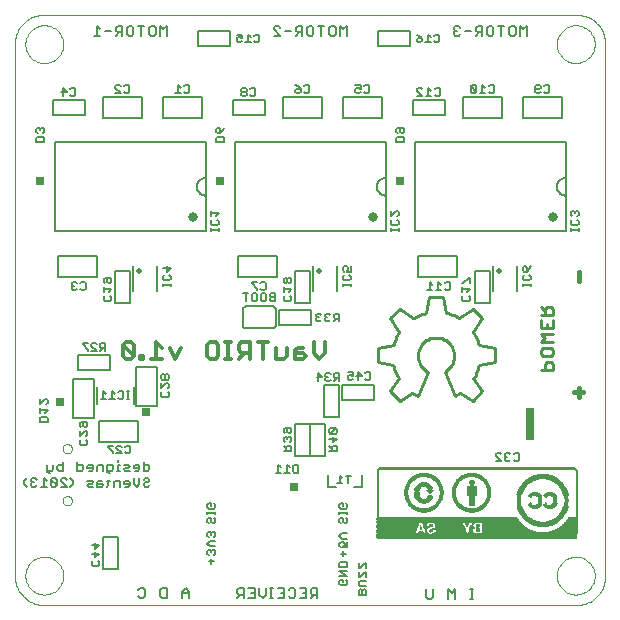
<source format=gbo>
G75*
%MOIN*%
%OFA0B0*%
%FSLAX24Y24*%
%IPPOS*%
%LPD*%
%AMOC8*
5,1,8,0,0,1.08239X$1,22.5*
%
%ADD10C,0.0000*%
%ADD11C,0.0080*%
%ADD12C,0.0140*%
%ADD13C,0.0060*%
%ADD14C,0.0100*%
%ADD15C,0.0160*%
%ADD16C,0.0070*%
%ADD17R,0.6673X0.0007*%
%ADD18R,0.6687X0.0007*%
%ADD19R,0.6700X0.0007*%
%ADD20R,0.6700X0.0007*%
%ADD21R,0.4844X0.0007*%
%ADD22R,0.1762X0.0007*%
%ADD23R,0.3176X0.0007*%
%ADD24R,0.0248X0.0007*%
%ADD25R,0.1099X0.0007*%
%ADD26R,0.0087X0.0007*%
%ADD27R,0.0194X0.0007*%
%ADD28R,0.1286X0.0007*%
%ADD29R,0.3176X0.0007*%
%ADD30R,0.0221X0.0007*%
%ADD31R,0.1079X0.0007*%
%ADD32R,0.0074X0.0007*%
%ADD33R,0.0188X0.0007*%
%ADD34R,0.1293X0.0007*%
%ADD35R,0.0208X0.0007*%
%ADD36R,0.1072X0.0007*%
%ADD37R,0.0067X0.0007*%
%ADD38R,0.0181X0.0007*%
%ADD39R,0.1293X0.0007*%
%ADD40R,0.1059X0.0007*%
%ADD41R,0.0060X0.0007*%
%ADD42R,0.0188X0.0007*%
%ADD43R,0.1052X0.0007*%
%ADD44R,0.0054X0.0007*%
%ADD45R,0.0174X0.0007*%
%ADD46R,0.1300X0.0007*%
%ADD47R,0.0181X0.0007*%
%ADD48R,0.1045X0.0007*%
%ADD49R,0.0047X0.0007*%
%ADD50R,0.0168X0.0007*%
%ADD51R,0.1300X0.0007*%
%ADD52R,0.1085X0.0007*%
%ADD53R,0.1930X0.0007*%
%ADD54R,0.1038X0.0007*%
%ADD55R,0.0047X0.0007*%
%ADD56R,0.0168X0.0007*%
%ADD57R,0.1025X0.0007*%
%ADD58R,0.1869X0.0007*%
%ADD59R,0.1032X0.0007*%
%ADD60R,0.0161X0.0007*%
%ADD61R,0.1306X0.0007*%
%ADD62R,0.0985X0.0007*%
%ADD63R,0.1829X0.0007*%
%ADD64R,0.0033X0.0007*%
%ADD65R,0.0040X0.0007*%
%ADD66R,0.0154X0.0007*%
%ADD67R,0.0951X0.0007*%
%ADD68R,0.1796X0.0007*%
%ADD69R,0.0161X0.0007*%
%ADD70R,0.1025X0.0007*%
%ADD71R,0.0087X0.0007*%
%ADD72R,0.0040X0.0007*%
%ADD73R,0.0147X0.0007*%
%ADD74R,0.1313X0.0007*%
%ADD75R,0.0925X0.0007*%
%ADD76R,0.1769X0.0007*%
%ADD77R,0.0121X0.0007*%
%ADD78R,0.0107X0.0007*%
%ADD79R,0.0147X0.0007*%
%ADD80R,0.1313X0.0007*%
%ADD81R,0.0898X0.0007*%
%ADD82R,0.1742X0.0007*%
%ADD83R,0.0134X0.0007*%
%ADD84R,0.1018X0.0007*%
%ADD85R,0.0141X0.0007*%
%ADD86R,0.0878X0.0007*%
%ADD87R,0.1722X0.0007*%
%ADD88R,0.1320X0.0007*%
%ADD89R,0.0858X0.0007*%
%ADD90R,0.1702X0.0007*%
%ADD91R,0.0141X0.0007*%
%ADD92R,0.0154X0.0007*%
%ADD93R,0.1018X0.0007*%
%ADD94R,0.1320X0.0007*%
%ADD95R,0.0838X0.0007*%
%ADD96R,0.1682X0.0007*%
%ADD97R,0.1012X0.0007*%
%ADD98R,0.0817X0.0007*%
%ADD99R,0.1662X0.0007*%
%ADD100R,0.1327X0.0007*%
%ADD101R,0.0797X0.0007*%
%ADD102R,0.1641X0.0007*%
%ADD103R,0.0784X0.0007*%
%ADD104R,0.1628X0.0007*%
%ADD105R,0.1333X0.0007*%
%ADD106R,0.0770X0.0007*%
%ADD107R,0.1615X0.0007*%
%ADD108R,0.1012X0.0007*%
%ADD109R,0.0054X0.0007*%
%ADD110R,0.1333X0.0007*%
%ADD111R,0.0750X0.0007*%
%ADD112R,0.1595X0.0007*%
%ADD113R,0.1226X0.0007*%
%ADD114R,0.0060X0.0007*%
%ADD115R,0.0737X0.0007*%
%ADD116R,0.1581X0.0007*%
%ADD117R,0.1219X0.0007*%
%ADD118R,0.0067X0.0007*%
%ADD119R,0.1340X0.0007*%
%ADD120R,0.0724X0.0007*%
%ADD121R,0.1568X0.0007*%
%ADD122R,0.1199X0.0007*%
%ADD123R,0.0710X0.0007*%
%ADD124R,0.1554X0.0007*%
%ADD125R,0.0134X0.0007*%
%ADD126R,0.1172X0.0007*%
%ADD127R,0.0067X0.0007*%
%ADD128R,0.0094X0.0007*%
%ADD129R,0.1340X0.0007*%
%ADD130R,0.0697X0.0007*%
%ADD131R,0.1541X0.0007*%
%ADD132R,0.0127X0.0007*%
%ADD133R,0.1146X0.0007*%
%ADD134R,0.0080X0.0007*%
%ADD135R,0.1347X0.0007*%
%ADD136R,0.0690X0.0007*%
%ADD137R,0.1534X0.0007*%
%ADD138R,0.1119X0.0007*%
%ADD139R,0.0677X0.0007*%
%ADD140R,0.1521X0.0007*%
%ADD141R,0.1092X0.0007*%
%ADD142R,0.1353X0.0007*%
%ADD143R,0.0663X0.0007*%
%ADD144R,0.1508X0.0007*%
%ADD145R,0.1072X0.0007*%
%ADD146R,0.0100X0.0007*%
%ADD147R,0.1353X0.0007*%
%ADD148R,0.0650X0.0007*%
%ADD149R,0.1494X0.0007*%
%ADD150R,0.0643X0.0007*%
%ADD151R,0.1487X0.0007*%
%ADD152R,0.1360X0.0007*%
%ADD153R,0.0630X0.0007*%
%ADD154R,0.1474X0.0007*%
%ADD155R,0.0623X0.0007*%
%ADD156R,0.1467X0.0007*%
%ADD157R,0.0174X0.0007*%
%ADD158R,0.1360X0.0007*%
%ADD159R,0.0610X0.0007*%
%ADD160R,0.1454X0.0007*%
%ADD161R,0.1005X0.0007*%
%ADD162R,0.1367X0.0007*%
%ADD163R,0.0603X0.0007*%
%ADD164R,0.1447X0.0007*%
%ADD165R,0.0992X0.0007*%
%ADD166R,0.0590X0.0007*%
%ADD167R,0.1434X0.0007*%
%ADD168R,0.0100X0.0007*%
%ADD169R,0.0221X0.0007*%
%ADD170R,0.1373X0.0007*%
%ADD171R,0.0583X0.0007*%
%ADD172R,0.1427X0.0007*%
%ADD173R,0.0114X0.0007*%
%ADD174R,0.0127X0.0007*%
%ADD175R,0.0978X0.0007*%
%ADD176R,0.0248X0.0007*%
%ADD177R,0.0033X0.0007*%
%ADD178R,0.1373X0.0007*%
%ADD179R,0.0576X0.0007*%
%ADD180R,0.1420X0.0007*%
%ADD181R,0.0013X0.0007*%
%ADD182R,0.0978X0.0007*%
%ADD183R,0.0275X0.0007*%
%ADD184R,0.0027X0.0007*%
%ADD185R,0.0563X0.0007*%
%ADD186R,0.0295X0.0007*%
%ADD187R,0.1407X0.0007*%
%ADD188R,0.0114X0.0007*%
%ADD189R,0.0965X0.0007*%
%ADD190R,0.0301X0.0007*%
%ADD191R,0.1380X0.0007*%
%ADD192R,0.0556X0.0007*%
%ADD193R,0.0362X0.0007*%
%ADD194R,0.1400X0.0007*%
%ADD195R,0.0958X0.0007*%
%ADD196R,0.0315X0.0007*%
%ADD197R,0.0020X0.0007*%
%ADD198R,0.0549X0.0007*%
%ADD199R,0.0429X0.0007*%
%ADD200R,0.1394X0.0007*%
%ADD201R,0.0107X0.0007*%
%ADD202R,0.0958X0.0007*%
%ADD203R,0.0322X0.0007*%
%ADD204R,0.0013X0.0007*%
%ADD205R,0.1380X0.0007*%
%ADD206R,0.0543X0.0007*%
%ADD207R,0.0476X0.0007*%
%ADD208R,0.1387X0.0007*%
%ADD209R,0.0951X0.0007*%
%ADD210R,0.0529X0.0007*%
%ADD211R,0.0523X0.0007*%
%ADD212R,0.0007X0.0007*%
%ADD213R,0.0945X0.0007*%
%ADD214R,0.0516X0.0007*%
%ADD215R,0.0938X0.0007*%
%ADD216R,0.0134X0.0007*%
%ADD217R,0.1394X0.0007*%
%ADD218R,0.0509X0.0007*%
%ADD219R,0.0636X0.0007*%
%ADD220R,0.0080X0.0007*%
%ADD221R,0.0938X0.0007*%
%ADD222R,0.0121X0.0007*%
%ADD223R,0.0134X0.0007*%
%ADD224R,0.0503X0.0007*%
%ADD225R,0.0670X0.0007*%
%ADD226R,0.1347X0.0007*%
%ADD227R,0.0931X0.0007*%
%ADD228R,0.1400X0.0007*%
%ADD229R,0.0496X0.0007*%
%ADD230R,0.0074X0.0007*%
%ADD231R,0.0094X0.0007*%
%ADD232R,0.0489X0.0007*%
%ADD233R,0.0730X0.0007*%
%ADD234R,0.0482X0.0007*%
%ADD235R,0.0757X0.0007*%
%ADD236R,0.1327X0.0007*%
%ADD237R,0.0067X0.0007*%
%ADD238R,0.0931X0.0007*%
%ADD239R,0.1407X0.0007*%
%ADD240R,0.0074X0.0007*%
%ADD241R,0.0121X0.0007*%
%ADD242R,0.0469X0.0007*%
%ADD243R,0.0811X0.0007*%
%ADD244R,0.0462X0.0007*%
%ADD245R,0.0831X0.0007*%
%ADD246R,0.1414X0.0007*%
%ADD247R,0.0456X0.0007*%
%ADD248R,0.1414X0.0007*%
%ADD249R,0.0449X0.0007*%
%ADD250R,0.1293X0.0007*%
%ADD251R,0.0201X0.0007*%
%ADD252R,0.0442X0.0007*%
%ADD253R,0.0905X0.0007*%
%ADD254R,0.0435X0.0007*%
%ADD255R,0.0918X0.0007*%
%ADD256R,0.1280X0.0007*%
%ADD257R,0.0945X0.0007*%
%ADD258R,0.1273X0.0007*%
%ADD259R,0.0971X0.0007*%
%ADD260R,0.0241X0.0007*%
%ADD261R,0.0422X0.0007*%
%ADD262R,0.2941X0.0007*%
%ADD263R,0.1782X0.0007*%
%ADD264R,0.0415X0.0007*%
%ADD265R,0.4784X0.0007*%
%ADD266R,0.0409X0.0007*%
%ADD267R,0.0998X0.0007*%
%ADD268R,0.4777X0.0007*%
%ADD269R,0.0402X0.0007*%
%ADD270R,0.0422X0.0007*%
%ADD271R,0.0415X0.0007*%
%ADD272R,0.4770X0.0007*%
%ADD273R,0.0402X0.0007*%
%ADD274R,0.0382X0.0007*%
%ADD275R,0.0389X0.0007*%
%ADD276R,0.4770X0.0007*%
%ADD277R,0.0395X0.0007*%
%ADD278R,0.0355X0.0007*%
%ADD279R,0.4764X0.0007*%
%ADD280R,0.0342X0.0007*%
%ADD281R,0.0342X0.0007*%
%ADD282R,0.4757X0.0007*%
%ADD283R,0.0382X0.0007*%
%ADD284R,0.0328X0.0007*%
%ADD285R,0.0335X0.0007*%
%ADD286R,0.4750X0.0007*%
%ADD287R,0.0322X0.0007*%
%ADD288R,0.4750X0.0007*%
%ADD289R,0.0375X0.0007*%
%ADD290R,0.0308X0.0007*%
%ADD291R,0.4744X0.0007*%
%ADD292R,0.0368X0.0007*%
%ADD293R,0.4737X0.0007*%
%ADD294R,0.0288X0.0007*%
%ADD295R,0.0288X0.0007*%
%ADD296R,0.4730X0.0007*%
%ADD297R,0.0362X0.0007*%
%ADD298R,0.0281X0.0007*%
%ADD299R,0.0288X0.0007*%
%ADD300R,0.4730X0.0007*%
%ADD301R,0.0281X0.0007*%
%ADD302R,0.4723X0.0007*%
%ADD303R,0.0348X0.0007*%
%ADD304R,0.4717X0.0007*%
%ADD305R,0.0268X0.0007*%
%ADD306R,0.0342X0.0007*%
%ADD307R,0.0261X0.0007*%
%ADD308R,0.4710X0.0007*%
%ADD309R,0.0335X0.0007*%
%ADD310R,0.0255X0.0007*%
%ADD311R,0.0261X0.0007*%
%ADD312R,0.4703X0.0007*%
%ADD313R,0.0328X0.0007*%
%ADD314R,0.0248X0.0007*%
%ADD315R,0.4697X0.0007*%
%ADD316R,0.4690X0.0007*%
%ADD317R,0.0241X0.0007*%
%ADD318R,0.4690X0.0007*%
%ADD319R,0.0241X0.0007*%
%ADD320R,0.4683X0.0007*%
%ADD321R,0.0228X0.0007*%
%ADD322R,0.4677X0.0007*%
%ADD323R,0.0308X0.0007*%
%ADD324R,0.0228X0.0007*%
%ADD325R,0.4677X0.0007*%
%ADD326R,0.0228X0.0007*%
%ADD327R,0.4670X0.0007*%
%ADD328R,0.0060X0.0007*%
%ADD329R,0.0214X0.0007*%
%ADD330R,0.0214X0.0007*%
%ADD331R,0.0201X0.0007*%
%ADD332R,0.0194X0.0007*%
%ADD333R,0.0194X0.0007*%
%ADD334R,0.0188X0.0007*%
%ADD335R,0.0188X0.0007*%
%ADD336R,0.0181X0.0007*%
%ADD337R,0.0181X0.0007*%
%ADD338R,0.0348X0.0007*%
%ADD339R,0.0429X0.0007*%
%ADD340R,0.0469X0.0007*%
%ADD341R,0.0174X0.0007*%
%ADD342R,0.0583X0.0007*%
%ADD343R,0.0174X0.0007*%
%ADD344R,0.0616X0.0007*%
%ADD345R,0.0610X0.0007*%
%ADD346R,0.0630X0.0007*%
%ADD347R,0.0636X0.0007*%
%ADD348R,0.0657X0.0007*%
%ADD349R,0.0683X0.0007*%
%ADD350R,0.0697X0.0007*%
%ADD351R,0.0737X0.0007*%
%ADD352R,0.0281X0.0007*%
%ADD353R,0.0235X0.0007*%
%ADD354R,0.0275X0.0007*%
%ADD355R,0.0228X0.0007*%
%ADD356R,0.0295X0.0007*%
%ADD357R,0.0348X0.0007*%
%ADD358R,0.0194X0.0007*%
%ADD359R,0.0362X0.0007*%
%ADD360R,0.0395X0.0007*%
%ADD361R,0.0409X0.0007*%
%ADD362R,0.0127X0.0007*%
%ADD363R,0.0368X0.0007*%
%ADD364R,0.0402X0.0007*%
%ADD365R,0.0456X0.0007*%
%ADD366R,0.0482X0.0007*%
%ADD367R,0.0127X0.0007*%
%ADD368R,0.0489X0.0007*%
%ADD369R,0.0509X0.0007*%
%ADD370R,0.0234X0.0007*%
%ADD371R,0.0080X0.0007*%
%ADD372R,0.0121X0.0007*%
%ADD373R,0.0114X0.0007*%
%ADD374R,0.0348X0.0007*%
%ADD375R,0.0114X0.0007*%
%ADD376R,0.0020X0.0007*%
%ADD377R,0.0268X0.0007*%
%ADD378R,0.0342X0.0007*%
%ADD379R,0.0208X0.0007*%
%ADD380R,0.0509X0.0007*%
%ADD381R,0.0456X0.0007*%
%ADD382R,0.0235X0.0007*%
%ADD383R,0.0241X0.0007*%
%ADD384R,0.0255X0.0007*%
%ADD385R,0.0355X0.0007*%
%ADD386R,0.0409X0.0007*%
%ADD387R,0.0971X0.0007*%
%ADD388R,0.0911X0.0007*%
%ADD389R,0.0891X0.0007*%
%ADD390R,0.0864X0.0007*%
%ADD391R,0.0844X0.0007*%
%ADD392R,0.0791X0.0007*%
%ADD393R,0.0764X0.0007*%
%ADD394R,0.0744X0.0007*%
%ADD395R,0.0710X0.0007*%
%ADD396R,0.0703X0.0007*%
%ADD397R,0.0643X0.0007*%
%ADD398R,0.0570X0.0007*%
%ADD399R,0.0616X0.0007*%
%ADD400R,0.0616X0.0007*%
%ADD401R,0.0563X0.0007*%
%ADD402R,0.0536X0.0007*%
%ADD403R,0.0389X0.0007*%
%ADD404R,0.6660X0.0007*%
%ADD405R,0.6646X0.0007*%
%ADD406R,0.6633X0.0007*%
%ADD407R,0.6606X0.0007*%
%ADD408R,0.6593X0.0007*%
%ADD409R,0.6579X0.0007*%
%ADD410R,0.6553X0.0007*%
%ADD411R,0.6512X0.0007*%
%ADD412R,0.0250X0.0250*%
%ADD413C,0.0320*%
%ADD414R,0.0300X0.0300*%
%ADD415C,0.0200*%
%ADD416R,0.0250X0.1100*%
D10*
X002834Y001872D02*
X002834Y019588D01*
X003189Y019588D02*
X003191Y019638D01*
X003197Y019688D01*
X003207Y019737D01*
X003221Y019785D01*
X003238Y019832D01*
X003259Y019877D01*
X003284Y019921D01*
X003312Y019962D01*
X003344Y020001D01*
X003378Y020038D01*
X003415Y020072D01*
X003455Y020102D01*
X003497Y020129D01*
X003541Y020153D01*
X003587Y020174D01*
X003634Y020190D01*
X003682Y020203D01*
X003732Y020212D01*
X003781Y020217D01*
X003832Y020218D01*
X003882Y020215D01*
X003931Y020208D01*
X003980Y020197D01*
X004028Y020182D01*
X004074Y020164D01*
X004119Y020142D01*
X004162Y020116D01*
X004203Y020087D01*
X004242Y020055D01*
X004278Y020020D01*
X004310Y019982D01*
X004340Y019942D01*
X004367Y019899D01*
X004390Y019855D01*
X004409Y019809D01*
X004425Y019761D01*
X004437Y019712D01*
X004445Y019663D01*
X004449Y019613D01*
X004449Y019563D01*
X004445Y019513D01*
X004437Y019464D01*
X004425Y019415D01*
X004409Y019367D01*
X004390Y019321D01*
X004367Y019277D01*
X004340Y019234D01*
X004310Y019194D01*
X004278Y019156D01*
X004242Y019121D01*
X004203Y019089D01*
X004162Y019060D01*
X004119Y019034D01*
X004074Y019012D01*
X004028Y018994D01*
X003980Y018979D01*
X003931Y018968D01*
X003882Y018961D01*
X003832Y018958D01*
X003781Y018959D01*
X003732Y018964D01*
X003682Y018973D01*
X003634Y018986D01*
X003587Y019002D01*
X003541Y019023D01*
X003497Y019047D01*
X003455Y019074D01*
X003415Y019104D01*
X003378Y019138D01*
X003344Y019175D01*
X003312Y019214D01*
X003284Y019255D01*
X003259Y019299D01*
X003238Y019344D01*
X003221Y019391D01*
X003207Y019439D01*
X003197Y019488D01*
X003191Y019538D01*
X003189Y019588D01*
X002835Y019588D02*
X002837Y019650D01*
X002843Y019711D01*
X002852Y019772D01*
X002866Y019833D01*
X002883Y019892D01*
X002904Y019950D01*
X002929Y020007D01*
X002957Y020062D01*
X002988Y020115D01*
X003023Y020166D01*
X003061Y020215D01*
X003102Y020262D01*
X003145Y020305D01*
X003192Y020346D01*
X003241Y020384D01*
X003292Y020419D01*
X003345Y020450D01*
X003400Y020478D01*
X003457Y020503D01*
X003515Y020524D01*
X003574Y020541D01*
X003635Y020555D01*
X003696Y020564D01*
X003757Y020570D01*
X003819Y020572D01*
X021535Y020572D01*
X020905Y019588D02*
X020907Y019638D01*
X020913Y019688D01*
X020923Y019737D01*
X020937Y019785D01*
X020954Y019832D01*
X020975Y019877D01*
X021000Y019921D01*
X021028Y019962D01*
X021060Y020001D01*
X021094Y020038D01*
X021131Y020072D01*
X021171Y020102D01*
X021213Y020129D01*
X021257Y020153D01*
X021303Y020174D01*
X021350Y020190D01*
X021398Y020203D01*
X021448Y020212D01*
X021497Y020217D01*
X021548Y020218D01*
X021598Y020215D01*
X021647Y020208D01*
X021696Y020197D01*
X021744Y020182D01*
X021790Y020164D01*
X021835Y020142D01*
X021878Y020116D01*
X021919Y020087D01*
X021958Y020055D01*
X021994Y020020D01*
X022026Y019982D01*
X022056Y019942D01*
X022083Y019899D01*
X022106Y019855D01*
X022125Y019809D01*
X022141Y019761D01*
X022153Y019712D01*
X022161Y019663D01*
X022165Y019613D01*
X022165Y019563D01*
X022161Y019513D01*
X022153Y019464D01*
X022141Y019415D01*
X022125Y019367D01*
X022106Y019321D01*
X022083Y019277D01*
X022056Y019234D01*
X022026Y019194D01*
X021994Y019156D01*
X021958Y019121D01*
X021919Y019089D01*
X021878Y019060D01*
X021835Y019034D01*
X021790Y019012D01*
X021744Y018994D01*
X021696Y018979D01*
X021647Y018968D01*
X021598Y018961D01*
X021548Y018958D01*
X021497Y018959D01*
X021448Y018964D01*
X021398Y018973D01*
X021350Y018986D01*
X021303Y019002D01*
X021257Y019023D01*
X021213Y019047D01*
X021171Y019074D01*
X021131Y019104D01*
X021094Y019138D01*
X021060Y019175D01*
X021028Y019214D01*
X021000Y019255D01*
X020975Y019299D01*
X020954Y019344D01*
X020937Y019391D01*
X020923Y019439D01*
X020913Y019488D01*
X020907Y019538D01*
X020905Y019588D01*
X021535Y020572D02*
X021597Y020570D01*
X021658Y020564D01*
X021719Y020555D01*
X021780Y020541D01*
X021839Y020524D01*
X021897Y020503D01*
X021954Y020478D01*
X022009Y020450D01*
X022062Y020419D01*
X022113Y020384D01*
X022162Y020346D01*
X022209Y020305D01*
X022252Y020262D01*
X022293Y020215D01*
X022331Y020166D01*
X022366Y020115D01*
X022397Y020062D01*
X022425Y020007D01*
X022450Y019950D01*
X022471Y019892D01*
X022488Y019833D01*
X022502Y019772D01*
X022511Y019711D01*
X022517Y019650D01*
X022519Y019588D01*
X022519Y001872D01*
X020905Y001872D02*
X020907Y001922D01*
X020913Y001972D01*
X020923Y002021D01*
X020937Y002069D01*
X020954Y002116D01*
X020975Y002161D01*
X021000Y002205D01*
X021028Y002246D01*
X021060Y002285D01*
X021094Y002322D01*
X021131Y002356D01*
X021171Y002386D01*
X021213Y002413D01*
X021257Y002437D01*
X021303Y002458D01*
X021350Y002474D01*
X021398Y002487D01*
X021448Y002496D01*
X021497Y002501D01*
X021548Y002502D01*
X021598Y002499D01*
X021647Y002492D01*
X021696Y002481D01*
X021744Y002466D01*
X021790Y002448D01*
X021835Y002426D01*
X021878Y002400D01*
X021919Y002371D01*
X021958Y002339D01*
X021994Y002304D01*
X022026Y002266D01*
X022056Y002226D01*
X022083Y002183D01*
X022106Y002139D01*
X022125Y002093D01*
X022141Y002045D01*
X022153Y001996D01*
X022161Y001947D01*
X022165Y001897D01*
X022165Y001847D01*
X022161Y001797D01*
X022153Y001748D01*
X022141Y001699D01*
X022125Y001651D01*
X022106Y001605D01*
X022083Y001561D01*
X022056Y001518D01*
X022026Y001478D01*
X021994Y001440D01*
X021958Y001405D01*
X021919Y001373D01*
X021878Y001344D01*
X021835Y001318D01*
X021790Y001296D01*
X021744Y001278D01*
X021696Y001263D01*
X021647Y001252D01*
X021598Y001245D01*
X021548Y001242D01*
X021497Y001243D01*
X021448Y001248D01*
X021398Y001257D01*
X021350Y001270D01*
X021303Y001286D01*
X021257Y001307D01*
X021213Y001331D01*
X021171Y001358D01*
X021131Y001388D01*
X021094Y001422D01*
X021060Y001459D01*
X021028Y001498D01*
X021000Y001539D01*
X020975Y001583D01*
X020954Y001628D01*
X020937Y001675D01*
X020923Y001723D01*
X020913Y001772D01*
X020907Y001822D01*
X020905Y001872D01*
X021535Y000888D02*
X021597Y000890D01*
X021658Y000896D01*
X021719Y000905D01*
X021780Y000919D01*
X021839Y000936D01*
X021897Y000957D01*
X021954Y000982D01*
X022009Y001010D01*
X022062Y001041D01*
X022113Y001076D01*
X022162Y001114D01*
X022209Y001155D01*
X022252Y001198D01*
X022293Y001245D01*
X022331Y001294D01*
X022366Y001345D01*
X022397Y001398D01*
X022425Y001453D01*
X022450Y001510D01*
X022471Y001568D01*
X022488Y001627D01*
X022502Y001688D01*
X022511Y001749D01*
X022517Y001810D01*
X022519Y001872D01*
X021535Y000887D02*
X003819Y000887D01*
X003189Y001872D02*
X003191Y001922D01*
X003197Y001972D01*
X003207Y002021D01*
X003221Y002069D01*
X003238Y002116D01*
X003259Y002161D01*
X003284Y002205D01*
X003312Y002246D01*
X003344Y002285D01*
X003378Y002322D01*
X003415Y002356D01*
X003455Y002386D01*
X003497Y002413D01*
X003541Y002437D01*
X003587Y002458D01*
X003634Y002474D01*
X003682Y002487D01*
X003732Y002496D01*
X003781Y002501D01*
X003832Y002502D01*
X003882Y002499D01*
X003931Y002492D01*
X003980Y002481D01*
X004028Y002466D01*
X004074Y002448D01*
X004119Y002426D01*
X004162Y002400D01*
X004203Y002371D01*
X004242Y002339D01*
X004278Y002304D01*
X004310Y002266D01*
X004340Y002226D01*
X004367Y002183D01*
X004390Y002139D01*
X004409Y002093D01*
X004425Y002045D01*
X004437Y001996D01*
X004445Y001947D01*
X004449Y001897D01*
X004449Y001847D01*
X004445Y001797D01*
X004437Y001748D01*
X004425Y001699D01*
X004409Y001651D01*
X004390Y001605D01*
X004367Y001561D01*
X004340Y001518D01*
X004310Y001478D01*
X004278Y001440D01*
X004242Y001405D01*
X004203Y001373D01*
X004162Y001344D01*
X004119Y001318D01*
X004074Y001296D01*
X004028Y001278D01*
X003980Y001263D01*
X003931Y001252D01*
X003882Y001245D01*
X003832Y001242D01*
X003781Y001243D01*
X003732Y001248D01*
X003682Y001257D01*
X003634Y001270D01*
X003587Y001286D01*
X003541Y001307D01*
X003497Y001331D01*
X003455Y001358D01*
X003415Y001388D01*
X003378Y001422D01*
X003344Y001459D01*
X003312Y001498D01*
X003284Y001539D01*
X003259Y001583D01*
X003238Y001628D01*
X003221Y001675D01*
X003207Y001723D01*
X003197Y001772D01*
X003191Y001822D01*
X003189Y001872D01*
X002835Y001872D02*
X002837Y001810D01*
X002843Y001749D01*
X002852Y001688D01*
X002866Y001627D01*
X002883Y001568D01*
X002904Y001510D01*
X002929Y001453D01*
X002957Y001398D01*
X002988Y001345D01*
X003023Y001294D01*
X003061Y001245D01*
X003102Y001198D01*
X003145Y001155D01*
X003192Y001114D01*
X003241Y001076D01*
X003292Y001041D01*
X003345Y001010D01*
X003400Y000982D01*
X003457Y000957D01*
X003515Y000936D01*
X003574Y000919D01*
X003635Y000905D01*
X003696Y000896D01*
X003757Y000890D01*
X003819Y000888D01*
X004427Y004371D02*
X004429Y004396D01*
X004435Y004420D01*
X004444Y004442D01*
X004457Y004463D01*
X004473Y004482D01*
X004492Y004498D01*
X004513Y004511D01*
X004535Y004520D01*
X004559Y004526D01*
X004584Y004528D01*
X004609Y004526D01*
X004633Y004520D01*
X004655Y004511D01*
X004676Y004498D01*
X004695Y004482D01*
X004711Y004463D01*
X004724Y004442D01*
X004733Y004420D01*
X004739Y004396D01*
X004741Y004371D01*
X004739Y004346D01*
X004733Y004322D01*
X004724Y004300D01*
X004711Y004279D01*
X004695Y004260D01*
X004676Y004244D01*
X004655Y004231D01*
X004633Y004222D01*
X004609Y004216D01*
X004584Y004214D01*
X004559Y004216D01*
X004535Y004222D01*
X004513Y004231D01*
X004492Y004244D01*
X004473Y004260D01*
X004457Y004279D01*
X004444Y004300D01*
X004435Y004322D01*
X004429Y004346D01*
X004427Y004371D01*
X004427Y006104D02*
X004429Y006129D01*
X004435Y006153D01*
X004444Y006175D01*
X004457Y006196D01*
X004473Y006215D01*
X004492Y006231D01*
X004513Y006244D01*
X004535Y006253D01*
X004559Y006259D01*
X004584Y006261D01*
X004609Y006259D01*
X004633Y006253D01*
X004655Y006244D01*
X004676Y006231D01*
X004695Y006215D01*
X004711Y006196D01*
X004724Y006175D01*
X004733Y006153D01*
X004739Y006129D01*
X004741Y006104D01*
X004739Y006079D01*
X004733Y006055D01*
X004724Y006033D01*
X004711Y006012D01*
X004695Y005993D01*
X004676Y005977D01*
X004655Y005964D01*
X004633Y005955D01*
X004609Y005949D01*
X004584Y005947D01*
X004559Y005949D01*
X004535Y005955D01*
X004513Y005964D01*
X004492Y005977D01*
X004473Y005993D01*
X004457Y006012D01*
X004444Y006033D01*
X004435Y006055D01*
X004429Y006079D01*
X004427Y006104D01*
D11*
X007002Y001448D02*
X007109Y001448D01*
X007163Y001394D01*
X007163Y001181D01*
X007109Y001127D01*
X007002Y001127D01*
X006949Y001181D01*
X006949Y001394D02*
X007002Y001448D01*
X007686Y001394D02*
X007739Y001448D01*
X007899Y001448D01*
X007899Y001127D01*
X007739Y001127D01*
X007686Y001181D01*
X007686Y001394D01*
X008422Y001341D02*
X008422Y001127D01*
X008422Y001288D02*
X008636Y001288D01*
X008636Y001341D02*
X008529Y001448D01*
X008422Y001341D01*
X008636Y001341D02*
X008636Y001127D01*
X010249Y001127D02*
X010356Y001234D01*
X010302Y001234D02*
X010463Y001234D01*
X010463Y001127D02*
X010463Y001448D01*
X010302Y001448D01*
X010249Y001394D01*
X010249Y001288D01*
X010302Y001234D01*
X010617Y001127D02*
X010831Y001127D01*
X010831Y001448D01*
X010617Y001448D01*
X010724Y001288D02*
X010831Y001288D01*
X010986Y001234D02*
X010986Y001448D01*
X011199Y001448D02*
X011199Y001234D01*
X011093Y001127D01*
X010986Y001234D01*
X011338Y001127D02*
X011445Y001127D01*
X011391Y001127D02*
X011391Y001448D01*
X011338Y001448D02*
X011445Y001448D01*
X011600Y001448D02*
X011813Y001448D01*
X011813Y001127D01*
X011600Y001127D01*
X011706Y001288D02*
X011813Y001288D01*
X011968Y001394D02*
X012021Y001448D01*
X012128Y001448D01*
X012181Y001394D01*
X012181Y001181D01*
X012128Y001127D01*
X012021Y001127D01*
X011968Y001181D01*
X012336Y001127D02*
X012550Y001127D01*
X012550Y001448D01*
X012336Y001448D01*
X012443Y001288D02*
X012550Y001288D01*
X012705Y001288D02*
X012758Y001234D01*
X012918Y001234D01*
X012918Y001127D02*
X012918Y001448D01*
X012758Y001448D01*
X012705Y001394D01*
X012705Y001288D01*
X012811Y001234D02*
X012705Y001127D01*
X016552Y001145D02*
X016552Y001412D01*
X016766Y001412D02*
X016766Y001145D01*
X016712Y001091D01*
X016605Y001091D01*
X016552Y001145D01*
X017289Y001091D02*
X017289Y001412D01*
X017396Y001305D01*
X017502Y001412D01*
X017502Y001091D01*
X018009Y001091D02*
X018116Y001091D01*
X018063Y001091D02*
X018063Y001412D01*
X018116Y001412D02*
X018009Y001412D01*
X018208Y019877D02*
X018314Y019984D01*
X018261Y019984D02*
X018421Y019984D01*
X018421Y019877D02*
X018421Y020198D01*
X018261Y020198D01*
X018208Y020144D01*
X018208Y020038D01*
X018261Y019984D01*
X018053Y020038D02*
X017839Y020038D01*
X017684Y020144D02*
X017631Y020198D01*
X017524Y020198D01*
X017471Y020144D01*
X017471Y020091D01*
X017524Y020038D01*
X017471Y019984D01*
X017471Y019931D01*
X017524Y019877D01*
X017631Y019877D01*
X017684Y019931D01*
X017578Y020038D02*
X017524Y020038D01*
X018576Y019931D02*
X018576Y020144D01*
X018629Y020198D01*
X018736Y020198D01*
X018789Y020144D01*
X018789Y019931D01*
X018736Y019877D01*
X018629Y019877D01*
X018576Y019931D01*
X018944Y020198D02*
X019158Y020198D01*
X019051Y020198D02*
X019051Y019877D01*
X019312Y019931D02*
X019312Y020144D01*
X019366Y020198D01*
X019473Y020198D01*
X019526Y020144D01*
X019526Y019931D01*
X019473Y019877D01*
X019366Y019877D01*
X019312Y019931D01*
X019681Y019877D02*
X019681Y020198D01*
X019788Y020091D01*
X019894Y020198D01*
X019894Y019877D01*
X013894Y019877D02*
X013894Y020198D01*
X013788Y020091D01*
X013681Y020198D01*
X013681Y019877D01*
X013526Y019931D02*
X013473Y019877D01*
X013366Y019877D01*
X013312Y019931D01*
X013312Y020144D01*
X013366Y020198D01*
X013473Y020198D01*
X013526Y020144D01*
X013526Y019931D01*
X013158Y020198D02*
X012944Y020198D01*
X013051Y020198D02*
X013051Y019877D01*
X012789Y019931D02*
X012736Y019877D01*
X012629Y019877D01*
X012576Y019931D01*
X012576Y020144D01*
X012629Y020198D01*
X012736Y020198D01*
X012789Y020144D01*
X012789Y019931D01*
X012421Y019984D02*
X012261Y019984D01*
X012208Y020038D01*
X012208Y020144D01*
X012261Y020198D01*
X012421Y020198D01*
X012421Y019877D01*
X012314Y019984D02*
X012208Y019877D01*
X012053Y020038D02*
X011839Y020038D01*
X011684Y020144D02*
X011631Y020198D01*
X011524Y020198D01*
X011471Y020144D01*
X011471Y020091D01*
X011684Y019877D01*
X011471Y019877D01*
X007894Y019877D02*
X007894Y020198D01*
X007788Y020091D01*
X007681Y020198D01*
X007681Y019877D01*
X007526Y019931D02*
X007473Y019877D01*
X007366Y019877D01*
X007312Y019931D01*
X007312Y020144D01*
X007366Y020198D01*
X007473Y020198D01*
X007526Y020144D01*
X007526Y019931D01*
X007158Y020198D02*
X006944Y020198D01*
X007051Y020198D02*
X007051Y019877D01*
X006789Y019931D02*
X006736Y019877D01*
X006629Y019877D01*
X006576Y019931D01*
X006576Y020144D01*
X006629Y020198D01*
X006736Y020198D01*
X006789Y020144D01*
X006789Y019931D01*
X006421Y019984D02*
X006261Y019984D01*
X006208Y020038D01*
X006208Y020144D01*
X006261Y020198D01*
X006421Y020198D01*
X006421Y019877D01*
X006314Y019984D02*
X006208Y019877D01*
X006053Y020038D02*
X005839Y020038D01*
X005684Y020091D02*
X005578Y020198D01*
X005578Y019877D01*
X005684Y019877D02*
X005471Y019877D01*
D12*
X006529Y009650D02*
X006439Y009560D01*
X006799Y009199D01*
X006709Y009109D01*
X006529Y009109D01*
X006439Y009199D01*
X006439Y009560D01*
X006529Y009650D02*
X006709Y009650D01*
X006799Y009560D01*
X006799Y009199D01*
X007022Y009199D02*
X007022Y009109D01*
X007112Y009109D01*
X007112Y009199D01*
X007022Y009199D01*
X007378Y009109D02*
X007738Y009109D01*
X007558Y009109D02*
X007558Y009650D01*
X007738Y009470D01*
X008004Y009470D02*
X008184Y009109D01*
X008364Y009470D01*
X009256Y009560D02*
X009256Y009199D01*
X009346Y009109D01*
X009527Y009109D01*
X009617Y009199D01*
X009617Y009560D01*
X009527Y009650D01*
X009346Y009650D01*
X009256Y009560D01*
X009854Y009650D02*
X010034Y009650D01*
X009944Y009650D02*
X009944Y009109D01*
X010034Y009109D02*
X009854Y009109D01*
X010300Y009109D02*
X010480Y009289D01*
X010390Y009289D02*
X010660Y009289D01*
X010660Y009109D02*
X010660Y009650D01*
X010390Y009650D01*
X010300Y009560D01*
X010300Y009379D01*
X010390Y009289D01*
X010926Y009650D02*
X011286Y009650D01*
X011106Y009650D02*
X011106Y009109D01*
X011552Y009109D02*
X011552Y009470D01*
X011913Y009470D02*
X011913Y009199D01*
X011822Y009109D01*
X011552Y009109D01*
X012178Y009109D02*
X012449Y009109D01*
X012539Y009199D01*
X012449Y009289D01*
X012178Y009289D01*
X012178Y009379D02*
X012178Y009109D01*
X012178Y009379D02*
X012268Y009470D01*
X012449Y009470D01*
X012805Y009650D02*
X012805Y009289D01*
X012985Y009109D01*
X013165Y009289D01*
X013165Y009650D01*
D13*
X012714Y010237D02*
X012714Y010737D01*
X011654Y010737D01*
X011654Y010237D01*
X012714Y010237D01*
X012875Y010391D02*
X012919Y010347D01*
X013006Y010347D01*
X013049Y010391D01*
X013170Y010391D02*
X013214Y010347D01*
X013300Y010347D01*
X013344Y010391D01*
X013257Y010478D02*
X013214Y010478D01*
X013170Y010434D01*
X013170Y010391D01*
X013214Y010478D02*
X013170Y010521D01*
X013170Y010564D01*
X013214Y010608D01*
X013300Y010608D01*
X013344Y010564D01*
X013465Y010564D02*
X013465Y010478D01*
X013508Y010434D01*
X013638Y010434D01*
X013552Y010434D02*
X013465Y010347D01*
X013638Y010347D02*
X013638Y010608D01*
X013508Y010608D01*
X013465Y010564D01*
X013049Y010564D02*
X013006Y010608D01*
X012919Y010608D01*
X012875Y010564D01*
X012875Y010521D01*
X012919Y010478D01*
X012875Y010434D01*
X012875Y010391D01*
X012919Y010478D02*
X012962Y010478D01*
X012684Y010957D02*
X012184Y010957D01*
X012184Y012017D01*
X012684Y012017D01*
X012684Y010957D01*
X012791Y011374D02*
X012791Y012201D01*
X012055Y011753D02*
X012055Y011666D01*
X012011Y011623D01*
X011968Y011623D01*
X011924Y011666D01*
X011924Y011753D01*
X011881Y011796D01*
X011838Y011796D01*
X011794Y011753D01*
X011794Y011666D01*
X011838Y011623D01*
X011881Y011623D01*
X011924Y011666D01*
X011924Y011753D02*
X011968Y011796D01*
X012011Y011796D01*
X012055Y011753D01*
X011794Y011502D02*
X011794Y011328D01*
X011794Y011415D02*
X012055Y011415D01*
X011968Y011328D01*
X012011Y011207D02*
X012055Y011164D01*
X012055Y011077D01*
X012011Y011033D01*
X011838Y011033D01*
X011794Y011077D01*
X011794Y011164D01*
X011838Y011207D01*
X011504Y011148D02*
X011374Y011148D01*
X011331Y011104D01*
X011331Y011061D01*
X011374Y011017D01*
X011504Y011017D01*
X011504Y011278D01*
X011374Y011278D01*
X011331Y011234D01*
X011331Y011191D01*
X011374Y011148D01*
X011210Y011234D02*
X011166Y011278D01*
X011080Y011278D01*
X011036Y011234D01*
X011036Y011061D01*
X011080Y011017D01*
X011166Y011017D01*
X011210Y011061D01*
X011210Y011234D01*
X011150Y011397D02*
X011064Y011397D01*
X011020Y011441D01*
X010899Y011441D02*
X010899Y011397D01*
X010899Y011441D02*
X010725Y011614D01*
X010725Y011658D01*
X010899Y011658D01*
X011020Y011614D02*
X011064Y011658D01*
X011150Y011658D01*
X011194Y011614D01*
X011194Y011441D01*
X011150Y011397D01*
X010915Y011234D02*
X010915Y011061D01*
X010872Y011017D01*
X010785Y011017D01*
X010742Y011061D01*
X010742Y011234D01*
X010785Y011278D01*
X010872Y011278D01*
X010915Y011234D01*
X010620Y011278D02*
X010447Y011278D01*
X010534Y011278D02*
X010534Y011017D01*
X010534Y010847D02*
X011434Y010847D01*
X011451Y010845D01*
X011468Y010841D01*
X011484Y010834D01*
X011498Y010824D01*
X011511Y010811D01*
X011521Y010797D01*
X011528Y010781D01*
X011532Y010764D01*
X011534Y010747D01*
X011534Y010227D01*
X011532Y010210D01*
X011528Y010193D01*
X011521Y010177D01*
X011511Y010163D01*
X011498Y010150D01*
X011484Y010140D01*
X011468Y010133D01*
X011451Y010129D01*
X011434Y010127D01*
X010534Y010127D01*
X010517Y010129D01*
X010500Y010133D01*
X010484Y010140D01*
X010470Y010150D01*
X010457Y010163D01*
X010447Y010177D01*
X010440Y010193D01*
X010436Y010210D01*
X010434Y010227D01*
X010434Y010747D01*
X010436Y010764D01*
X010440Y010781D01*
X010447Y010797D01*
X010457Y010811D01*
X010470Y010824D01*
X010484Y010834D01*
X010500Y010841D01*
X010517Y010845D01*
X010534Y010847D01*
X010284Y011837D02*
X010284Y012537D01*
X011584Y012537D01*
X011584Y011837D01*
X010284Y011837D01*
X010165Y013361D02*
X015204Y013361D01*
X015204Y016314D01*
X010165Y016314D01*
X010165Y013361D01*
X009625Y013367D02*
X009625Y013454D01*
X009625Y013411D02*
X009364Y013411D01*
X009364Y013454D02*
X009364Y013367D01*
X009204Y013361D02*
X009204Y016314D01*
X004165Y016314D01*
X004165Y013361D01*
X009204Y013361D01*
X009408Y013564D02*
X009364Y013607D01*
X009364Y013694D01*
X009408Y013737D01*
X009364Y013858D02*
X009364Y014032D01*
X009364Y013945D02*
X009625Y013945D01*
X009538Y013858D01*
X009581Y013737D02*
X009625Y013694D01*
X009625Y013607D01*
X009581Y013564D01*
X009408Y013564D01*
X009204Y014538D02*
X009171Y014540D01*
X009137Y014545D01*
X009105Y014555D01*
X009074Y014568D01*
X009045Y014584D01*
X009018Y014603D01*
X008993Y014626D01*
X008970Y014651D01*
X008951Y014678D01*
X008935Y014707D01*
X008922Y014738D01*
X008912Y014770D01*
X008907Y014804D01*
X008905Y014837D01*
X008907Y014870D01*
X008912Y014904D01*
X008922Y014936D01*
X008935Y014967D01*
X008951Y014996D01*
X008970Y015023D01*
X008993Y015048D01*
X009018Y015071D01*
X009045Y015090D01*
X009074Y015106D01*
X009105Y015119D01*
X009137Y015129D01*
X009171Y015134D01*
X009204Y015136D01*
X009558Y016334D02*
X009558Y016464D01*
X009601Y016508D01*
X009775Y016508D01*
X009818Y016464D01*
X009818Y016334D01*
X009558Y016334D01*
X009601Y016629D02*
X009558Y016672D01*
X009558Y016759D01*
X009601Y016802D01*
X009645Y016802D01*
X009688Y016759D01*
X009688Y016629D01*
X009601Y016629D01*
X009688Y016629D02*
X009775Y016716D01*
X009818Y016802D01*
X010104Y017237D02*
X011164Y017237D01*
X011164Y017737D01*
X010104Y017737D01*
X010104Y017237D01*
X010430Y017867D02*
X010516Y017867D01*
X010560Y017911D01*
X010560Y017954D01*
X010516Y017998D01*
X010430Y017998D01*
X010386Y017954D01*
X010386Y017911D01*
X010430Y017867D01*
X010430Y017998D02*
X010386Y018041D01*
X010386Y018084D01*
X010430Y018128D01*
X010516Y018128D01*
X010560Y018084D01*
X010560Y018041D01*
X010516Y017998D01*
X010681Y018084D02*
X010724Y018128D01*
X010811Y018128D01*
X010854Y018084D01*
X010854Y017911D01*
X010811Y017867D01*
X010724Y017867D01*
X010681Y017911D01*
X011784Y017837D02*
X011784Y017137D01*
X013084Y017137D01*
X013084Y017837D01*
X011784Y017837D01*
X012186Y018011D02*
X012186Y018054D01*
X012230Y018098D01*
X012360Y018098D01*
X012360Y018011D01*
X012316Y017967D01*
X012230Y017967D01*
X012186Y018011D01*
X012273Y018184D02*
X012360Y018098D01*
X012273Y018184D02*
X012186Y018228D01*
X012481Y018184D02*
X012524Y018228D01*
X012611Y018228D01*
X012654Y018184D01*
X012654Y018011D01*
X012611Y017967D01*
X012524Y017967D01*
X012481Y018011D01*
X013784Y017837D02*
X013784Y017137D01*
X015084Y017137D01*
X015084Y017837D01*
X013784Y017837D01*
X014186Y018011D02*
X014230Y017967D01*
X014316Y017967D01*
X014360Y018011D01*
X014360Y018098D02*
X014273Y018141D01*
X014230Y018141D01*
X014186Y018098D01*
X014186Y018011D01*
X014360Y018098D02*
X014360Y018228D01*
X014186Y018228D01*
X014481Y018184D02*
X014524Y018228D01*
X014611Y018228D01*
X014654Y018184D01*
X014654Y018011D01*
X014611Y017967D01*
X014524Y017967D01*
X014481Y018011D01*
X015601Y016802D02*
X015775Y016802D01*
X015818Y016759D01*
X015818Y016672D01*
X015775Y016629D01*
X015731Y016629D01*
X015688Y016672D01*
X015688Y016802D01*
X015601Y016802D02*
X015558Y016759D01*
X015558Y016672D01*
X015601Y016629D01*
X015601Y016508D02*
X015775Y016508D01*
X015818Y016464D01*
X015818Y016334D01*
X015558Y016334D01*
X015558Y016464D01*
X015601Y016508D01*
X016165Y016314D02*
X016165Y013361D01*
X021204Y013361D01*
X021204Y016314D01*
X016165Y016314D01*
X016104Y017237D02*
X017164Y017237D01*
X017164Y017737D01*
X016104Y017737D01*
X016104Y017237D01*
X016242Y017867D02*
X016415Y017867D01*
X016242Y018041D01*
X016242Y018084D01*
X016285Y018128D01*
X016372Y018128D01*
X016415Y018084D01*
X016623Y018128D02*
X016623Y017867D01*
X016710Y017867D02*
X016536Y017867D01*
X016710Y018041D02*
X016623Y018128D01*
X016831Y018084D02*
X016874Y018128D01*
X016961Y018128D01*
X017004Y018084D01*
X017004Y017911D01*
X016961Y017867D01*
X016874Y017867D01*
X016831Y017911D01*
X017784Y017837D02*
X017784Y017137D01*
X019084Y017137D01*
X019084Y017837D01*
X017784Y017837D01*
X018042Y018011D02*
X018085Y017967D01*
X018172Y017967D01*
X018215Y018011D01*
X018042Y018184D01*
X018042Y018011D01*
X018215Y018011D02*
X018215Y018184D01*
X018172Y018228D01*
X018085Y018228D01*
X018042Y018184D01*
X018336Y017967D02*
X018510Y017967D01*
X018423Y017967D02*
X018423Y018228D01*
X018510Y018141D01*
X018631Y018184D02*
X018674Y018228D01*
X018761Y018228D01*
X018804Y018184D01*
X018804Y018011D01*
X018761Y017967D01*
X018674Y017967D01*
X018631Y018011D01*
X019784Y017837D02*
X019784Y017137D01*
X021084Y017137D01*
X021084Y017837D01*
X019784Y017837D01*
X020186Y018011D02*
X020186Y018184D01*
X020230Y018228D01*
X020316Y018228D01*
X020360Y018184D01*
X020360Y018141D01*
X020316Y018098D01*
X020186Y018098D01*
X020186Y018011D02*
X020230Y017967D01*
X020316Y017967D01*
X020360Y018011D01*
X020481Y018011D02*
X020524Y017967D01*
X020611Y017967D01*
X020654Y018011D01*
X020654Y018184D01*
X020611Y018228D01*
X020524Y018228D01*
X020481Y018184D01*
X021204Y015136D02*
X021171Y015134D01*
X021137Y015129D01*
X021105Y015119D01*
X021074Y015106D01*
X021045Y015090D01*
X021018Y015071D01*
X020993Y015048D01*
X020970Y015023D01*
X020951Y014996D01*
X020935Y014967D01*
X020922Y014936D01*
X020912Y014904D01*
X020907Y014870D01*
X020905Y014837D01*
X020907Y014804D01*
X020912Y014770D01*
X020922Y014738D01*
X020935Y014707D01*
X020951Y014678D01*
X020970Y014651D01*
X020993Y014626D01*
X021018Y014603D01*
X021045Y014584D01*
X021074Y014568D01*
X021105Y014555D01*
X021137Y014545D01*
X021171Y014540D01*
X021204Y014538D01*
X021408Y014032D02*
X021364Y013989D01*
X021364Y013902D01*
X021408Y013858D01*
X021408Y013737D02*
X021364Y013694D01*
X021364Y013607D01*
X021408Y013564D01*
X021581Y013564D01*
X021625Y013607D01*
X021625Y013694D01*
X021581Y013737D01*
X021581Y013858D02*
X021625Y013902D01*
X021625Y013989D01*
X021581Y014032D01*
X021538Y014032D01*
X021494Y013989D01*
X021451Y014032D01*
X021408Y014032D01*
X021494Y013989D02*
X021494Y013945D01*
X021364Y013454D02*
X021364Y013367D01*
X021364Y013411D02*
X021625Y013411D01*
X021625Y013454D02*
X021625Y013367D01*
X020025Y012182D02*
X019981Y012095D01*
X019894Y012008D01*
X019894Y012139D01*
X019851Y012182D01*
X019808Y012182D01*
X019764Y012139D01*
X019764Y012052D01*
X019808Y012008D01*
X019894Y012008D01*
X019808Y011887D02*
X019764Y011844D01*
X019764Y011757D01*
X019808Y011714D01*
X019981Y011714D01*
X020025Y011757D01*
X020025Y011844D01*
X019981Y011887D01*
X020025Y011604D02*
X020025Y011517D01*
X020025Y011561D02*
X019764Y011561D01*
X019764Y011604D02*
X019764Y011517D01*
X019578Y011374D02*
X019578Y012201D01*
X018791Y012201D02*
X018791Y011374D01*
X018684Y010957D02*
X018184Y010957D01*
X018184Y012017D01*
X018684Y012017D01*
X018684Y010957D01*
X018005Y011077D02*
X017961Y011033D01*
X017788Y011033D01*
X017744Y011077D01*
X017744Y011164D01*
X017788Y011207D01*
X017744Y011328D02*
X017744Y011502D01*
X017744Y011415D02*
X018005Y011415D01*
X017918Y011328D01*
X017961Y011207D02*
X018005Y011164D01*
X018005Y011077D01*
X018005Y011623D02*
X018005Y011796D01*
X017961Y011796D01*
X017788Y011623D01*
X017744Y011623D01*
X017584Y011837D02*
X017584Y012537D01*
X016284Y012537D01*
X016284Y011837D01*
X017584Y011837D01*
X017338Y011614D02*
X017338Y011441D01*
X017295Y011397D01*
X017208Y011397D01*
X017165Y011441D01*
X017044Y011397D02*
X016870Y011397D01*
X016957Y011397D02*
X016957Y011658D01*
X017044Y011571D01*
X017165Y011614D02*
X017208Y011658D01*
X017295Y011658D01*
X017338Y011614D01*
X016749Y011571D02*
X016662Y011658D01*
X016662Y011397D01*
X016749Y011397D02*
X016575Y011397D01*
X015625Y013367D02*
X015625Y013454D01*
X015625Y013411D02*
X015364Y013411D01*
X015364Y013454D02*
X015364Y013367D01*
X015408Y013564D02*
X015364Y013607D01*
X015364Y013694D01*
X015408Y013737D01*
X015364Y013858D02*
X015538Y014032D01*
X015581Y014032D01*
X015625Y013989D01*
X015625Y013902D01*
X015581Y013858D01*
X015581Y013737D02*
X015625Y013694D01*
X015625Y013607D01*
X015581Y013564D01*
X015408Y013564D01*
X015364Y013858D02*
X015364Y014032D01*
X015204Y014538D02*
X015171Y014540D01*
X015137Y014545D01*
X015105Y014555D01*
X015074Y014568D01*
X015045Y014584D01*
X015018Y014603D01*
X014993Y014626D01*
X014970Y014651D01*
X014951Y014678D01*
X014935Y014707D01*
X014922Y014738D01*
X014912Y014770D01*
X014907Y014804D01*
X014905Y014837D01*
X014907Y014870D01*
X014912Y014904D01*
X014922Y014936D01*
X014935Y014967D01*
X014951Y014996D01*
X014970Y015023D01*
X014993Y015048D01*
X015018Y015071D01*
X015045Y015090D01*
X015074Y015106D01*
X015105Y015119D01*
X015137Y015129D01*
X015171Y015134D01*
X015204Y015136D01*
X014025Y012182D02*
X014025Y012008D01*
X013894Y012008D01*
X013938Y012095D01*
X013938Y012139D01*
X013894Y012182D01*
X013808Y012182D01*
X013764Y012139D01*
X013764Y012052D01*
X013808Y012008D01*
X013808Y011887D02*
X013764Y011844D01*
X013764Y011757D01*
X013808Y011714D01*
X013981Y011714D01*
X014025Y011757D01*
X014025Y011844D01*
X013981Y011887D01*
X014025Y011604D02*
X014025Y011517D01*
X014025Y011561D02*
X013764Y011561D01*
X013764Y011604D02*
X013764Y011517D01*
X013578Y011374D02*
X013578Y012201D01*
X013925Y008658D02*
X014099Y008658D01*
X014099Y008528D01*
X014012Y008571D01*
X013969Y008571D01*
X013925Y008528D01*
X013925Y008441D01*
X013969Y008397D01*
X014056Y008397D01*
X014099Y008441D01*
X014220Y008528D02*
X014394Y008528D01*
X014264Y008658D01*
X014264Y008397D01*
X014515Y008441D02*
X014558Y008397D01*
X014645Y008397D01*
X014688Y008441D01*
X014688Y008614D01*
X014645Y008658D01*
X014558Y008658D01*
X014515Y008614D01*
X014814Y008237D02*
X013754Y008237D01*
X013754Y007737D01*
X014814Y007737D01*
X014814Y008237D01*
X013654Y008367D02*
X013654Y008628D01*
X013524Y008628D01*
X013481Y008584D01*
X013481Y008498D01*
X013524Y008454D01*
X013654Y008454D01*
X013568Y008454D02*
X013481Y008367D01*
X013360Y008411D02*
X013316Y008367D01*
X013230Y008367D01*
X013186Y008411D01*
X013186Y008454D01*
X013230Y008498D01*
X013273Y008498D01*
X013230Y008498D02*
X013186Y008541D01*
X013186Y008584D01*
X013230Y008628D01*
X013316Y008628D01*
X013360Y008584D01*
X013134Y008217D02*
X013134Y007157D01*
X013634Y007157D01*
X013634Y008217D01*
X013134Y008217D01*
X012935Y008367D02*
X012935Y008628D01*
X013065Y008498D01*
X012892Y008498D01*
X012684Y006917D02*
X012184Y006917D01*
X012184Y005857D01*
X012684Y005857D01*
X013184Y005857D01*
X013184Y006917D01*
X012684Y006917D01*
X012684Y005857D01*
X012684Y006917D01*
X013314Y006737D02*
X013314Y006650D01*
X013358Y006607D01*
X013531Y006780D01*
X013358Y006780D01*
X013314Y006737D01*
X013358Y006607D02*
X013531Y006607D01*
X013575Y006650D01*
X013575Y006737D01*
X013531Y006780D01*
X013444Y006486D02*
X013444Y006312D01*
X013575Y006442D01*
X013314Y006442D01*
X013314Y006191D02*
X013401Y006104D01*
X013401Y006148D02*
X013401Y006017D01*
X013314Y006017D02*
X013575Y006017D01*
X013575Y006148D01*
X013531Y006191D01*
X013444Y006191D01*
X013401Y006148D01*
X013274Y005227D02*
X013274Y004827D01*
X013534Y004827D01*
X013575Y004947D02*
X013749Y004947D01*
X013662Y004947D02*
X013662Y005208D01*
X013749Y005121D01*
X013870Y005208D02*
X014044Y005208D01*
X013957Y005208D02*
X013957Y004947D01*
X014134Y004827D02*
X014394Y004827D01*
X014394Y005227D01*
X013871Y004282D02*
X013915Y004239D01*
X013915Y004152D01*
X013871Y004108D01*
X013698Y004108D01*
X013654Y004152D01*
X013654Y004239D01*
X013698Y004282D01*
X013784Y004282D01*
X013784Y004195D01*
X013654Y003999D02*
X013654Y003912D01*
X013654Y003955D02*
X013915Y003955D01*
X013915Y003912D02*
X013915Y003999D01*
X013871Y003791D02*
X013915Y003748D01*
X013915Y003661D01*
X013871Y003617D01*
X013828Y003617D01*
X013784Y003661D01*
X013784Y003748D01*
X013741Y003791D01*
X013698Y003791D01*
X013654Y003748D01*
X013654Y003661D01*
X013698Y003617D01*
X013741Y003280D02*
X013915Y003280D01*
X013915Y003107D02*
X013741Y003107D01*
X013654Y003193D01*
X013741Y003280D01*
X013698Y002986D02*
X013654Y002942D01*
X013654Y002855D01*
X013698Y002812D01*
X013784Y002812D02*
X013828Y002899D01*
X013828Y002942D01*
X013784Y002986D01*
X013698Y002986D01*
X013784Y002812D02*
X013915Y002812D01*
X013915Y002986D01*
X013784Y002691D02*
X013784Y002517D01*
X013698Y002604D02*
X013871Y002604D01*
X013871Y002330D02*
X013698Y002330D01*
X013654Y002287D01*
X013654Y002157D01*
X013915Y002157D01*
X013915Y002287D01*
X013871Y002330D01*
X013915Y002036D02*
X013654Y002036D01*
X013915Y001862D01*
X013654Y001862D01*
X013698Y001741D02*
X013784Y001741D01*
X013784Y001654D01*
X013698Y001567D02*
X013654Y001611D01*
X013654Y001698D01*
X013698Y001741D01*
X013871Y001741D02*
X013915Y001698D01*
X013915Y001611D01*
X013871Y001567D01*
X013698Y001567D01*
X014294Y001577D02*
X014294Y001664D01*
X014338Y001707D01*
X014555Y001707D01*
X014555Y001828D02*
X014555Y002002D01*
X014511Y002002D01*
X014338Y001828D01*
X014294Y001828D01*
X014294Y002002D01*
X014294Y002123D02*
X014294Y002296D01*
X014294Y002123D02*
X014338Y002123D01*
X014511Y002296D01*
X014555Y002296D01*
X014555Y002123D01*
X014555Y001533D02*
X014338Y001533D01*
X014294Y001577D01*
X014338Y001412D02*
X014294Y001369D01*
X014294Y001239D01*
X014555Y001239D01*
X014555Y001369D01*
X014511Y001412D01*
X014468Y001412D01*
X014424Y001369D01*
X014424Y001239D01*
X014424Y001369D02*
X014381Y001412D01*
X014338Y001412D01*
X012287Y005311D02*
X012157Y005311D01*
X012114Y005354D01*
X012114Y005528D01*
X012157Y005571D01*
X012287Y005571D01*
X012287Y005311D01*
X011993Y005311D02*
X011819Y005311D01*
X011906Y005311D02*
X011906Y005571D01*
X011993Y005485D01*
X011698Y005485D02*
X011611Y005571D01*
X011611Y005311D01*
X011525Y005311D02*
X011698Y005311D01*
X011794Y006033D02*
X012055Y006033D01*
X012055Y006164D01*
X012011Y006207D01*
X011924Y006207D01*
X011881Y006164D01*
X011881Y006033D01*
X011881Y006120D02*
X011794Y006207D01*
X011838Y006328D02*
X011794Y006371D01*
X011794Y006458D01*
X011838Y006502D01*
X011881Y006502D01*
X011924Y006458D01*
X011924Y006415D01*
X011924Y006458D02*
X011968Y006502D01*
X012011Y006502D01*
X012055Y006458D01*
X012055Y006371D01*
X012011Y006328D01*
X012011Y006623D02*
X011968Y006623D01*
X011924Y006666D01*
X011924Y006796D01*
X011838Y006796D02*
X012011Y006796D01*
X012055Y006753D01*
X012055Y006666D01*
X012011Y006623D01*
X011838Y006623D02*
X011794Y006666D01*
X011794Y006753D01*
X011838Y006796D01*
X009471Y004282D02*
X009515Y004239D01*
X009515Y004152D01*
X009471Y004108D01*
X009298Y004108D01*
X009254Y004152D01*
X009254Y004239D01*
X009298Y004282D01*
X009384Y004282D01*
X009384Y004195D01*
X009254Y003999D02*
X009254Y003912D01*
X009254Y003955D02*
X009515Y003955D01*
X009515Y003912D02*
X009515Y003999D01*
X009471Y003791D02*
X009515Y003748D01*
X009515Y003661D01*
X009471Y003617D01*
X009428Y003617D01*
X009384Y003661D01*
X009384Y003748D01*
X009341Y003791D01*
X009298Y003791D01*
X009254Y003748D01*
X009254Y003661D01*
X009298Y003617D01*
X009298Y003325D02*
X009254Y003281D01*
X009254Y003195D01*
X009298Y003151D01*
X009384Y003238D02*
X009384Y003281D01*
X009341Y003325D01*
X009298Y003325D01*
X009384Y003281D02*
X009428Y003325D01*
X009471Y003325D01*
X009515Y003281D01*
X009515Y003195D01*
X009471Y003151D01*
X009515Y003030D02*
X009341Y003030D01*
X009254Y002943D01*
X009341Y002857D01*
X009515Y002857D01*
X009471Y002736D02*
X009428Y002736D01*
X009384Y002692D01*
X009341Y002736D01*
X009298Y002736D01*
X009254Y002692D01*
X009254Y002605D01*
X009298Y002562D01*
X009384Y002649D02*
X009384Y002692D01*
X009471Y002736D02*
X009515Y002692D01*
X009515Y002605D01*
X009471Y002562D01*
X009384Y002441D02*
X009384Y002267D01*
X009298Y002354D02*
X009471Y002354D01*
X006284Y002107D02*
X006284Y003167D01*
X005784Y003167D01*
X005784Y002107D01*
X006284Y002107D01*
X005655Y002227D02*
X005611Y002183D01*
X005438Y002183D01*
X005394Y002227D01*
X005394Y002314D01*
X005438Y002357D01*
X005524Y002478D02*
X005524Y002652D01*
X005524Y002773D02*
X005524Y002946D01*
X005394Y002903D02*
X005655Y002903D01*
X005524Y002773D01*
X005394Y002608D02*
X005655Y002608D01*
X005524Y002478D01*
X005611Y002357D02*
X005655Y002314D01*
X005655Y002227D01*
X006099Y005947D02*
X006099Y005991D01*
X005925Y006164D01*
X005925Y006208D01*
X006099Y006208D01*
X006220Y006164D02*
X006264Y006208D01*
X006350Y006208D01*
X006394Y006164D01*
X006515Y006164D02*
X006558Y006208D01*
X006645Y006208D01*
X006688Y006164D01*
X006688Y005991D01*
X006645Y005947D01*
X006558Y005947D01*
X006515Y005991D01*
X006394Y005947D02*
X006220Y006121D01*
X006220Y006164D01*
X006220Y005947D02*
X006394Y005947D01*
X006934Y006337D02*
X006934Y007037D01*
X005634Y007037D01*
X005634Y006337D01*
X006934Y006337D01*
X006884Y007537D02*
X007584Y007537D01*
X007584Y008837D01*
X006884Y008837D01*
X006884Y007537D01*
X006792Y007607D02*
X006792Y008168D01*
X006654Y008028D02*
X006567Y008028D01*
X006610Y008028D02*
X006610Y007767D01*
X006567Y007767D02*
X006654Y007767D01*
X006457Y007811D02*
X006457Y007984D01*
X006414Y008028D01*
X006327Y008028D01*
X006284Y007984D01*
X006163Y007941D02*
X006076Y008028D01*
X006076Y007767D01*
X006163Y007767D02*
X005989Y007767D01*
X005868Y007767D02*
X005694Y007767D01*
X005781Y007767D02*
X005781Y008028D01*
X005868Y007941D01*
X006284Y007811D02*
X006327Y007767D01*
X006414Y007767D01*
X006457Y007811D01*
X005576Y007607D02*
X005576Y008168D01*
X005484Y008437D02*
X004784Y008437D01*
X004784Y007137D01*
X005484Y007137D01*
X005484Y008437D01*
X004954Y008737D02*
X006014Y008737D01*
X006014Y009237D01*
X004954Y009237D01*
X004954Y008737D01*
X005265Y009367D02*
X005265Y009411D01*
X005092Y009584D01*
X005092Y009628D01*
X005265Y009628D01*
X005386Y009584D02*
X005430Y009628D01*
X005516Y009628D01*
X005560Y009584D01*
X005681Y009584D02*
X005724Y009628D01*
X005854Y009628D01*
X005854Y009367D01*
X005854Y009454D02*
X005724Y009454D01*
X005681Y009498D01*
X005681Y009584D01*
X005768Y009454D02*
X005681Y009367D01*
X005560Y009367D02*
X005386Y009541D01*
X005386Y009584D01*
X005386Y009367D02*
X005560Y009367D01*
X006184Y010957D02*
X006684Y010957D01*
X006684Y012017D01*
X006184Y012017D01*
X006184Y010957D01*
X006055Y011077D02*
X006011Y011033D01*
X005838Y011033D01*
X005794Y011077D01*
X005794Y011164D01*
X005838Y011207D01*
X005794Y011328D02*
X005794Y011502D01*
X005794Y011415D02*
X006055Y011415D01*
X005968Y011328D01*
X006011Y011207D02*
X006055Y011164D01*
X006055Y011077D01*
X006011Y011623D02*
X005968Y011623D01*
X005924Y011666D01*
X005924Y011796D01*
X005838Y011796D02*
X006011Y011796D01*
X006055Y011753D01*
X006055Y011666D01*
X006011Y011623D01*
X005838Y011623D02*
X005794Y011666D01*
X005794Y011753D01*
X005838Y011796D01*
X005584Y011837D02*
X005584Y012537D01*
X004284Y012537D01*
X004284Y011837D01*
X005584Y011837D01*
X005194Y011614D02*
X005194Y011441D01*
X005150Y011397D01*
X005064Y011397D01*
X005020Y011441D01*
X004899Y011441D02*
X004856Y011397D01*
X004769Y011397D01*
X004725Y011441D01*
X004725Y011484D01*
X004769Y011528D01*
X004812Y011528D01*
X004769Y011528D02*
X004725Y011571D01*
X004725Y011614D01*
X004769Y011658D01*
X004856Y011658D01*
X004899Y011614D01*
X005020Y011614D02*
X005064Y011658D01*
X005150Y011658D01*
X005194Y011614D01*
X006791Y011374D02*
X006791Y012201D01*
X007578Y012201D02*
X007578Y011374D01*
X007764Y011517D02*
X007764Y011604D01*
X007764Y011561D02*
X008025Y011561D01*
X008025Y011604D02*
X008025Y011517D01*
X007981Y011714D02*
X007808Y011714D01*
X007764Y011757D01*
X007764Y011844D01*
X007808Y011887D01*
X007894Y012008D02*
X007894Y012182D01*
X007764Y012139D02*
X008025Y012139D01*
X007894Y012008D01*
X007981Y011887D02*
X008025Y011844D01*
X008025Y011757D01*
X007981Y011714D01*
X007931Y008580D02*
X007888Y008580D01*
X007844Y008537D01*
X007844Y008450D01*
X007888Y008407D01*
X007931Y008407D01*
X007975Y008450D01*
X007975Y008537D01*
X007931Y008580D01*
X007844Y008537D02*
X007801Y008580D01*
X007758Y008580D01*
X007714Y008537D01*
X007714Y008450D01*
X007758Y008407D01*
X007801Y008407D01*
X007844Y008450D01*
X007888Y008286D02*
X007931Y008286D01*
X007975Y008242D01*
X007975Y008155D01*
X007931Y008112D01*
X007931Y007991D02*
X007975Y007948D01*
X007975Y007861D01*
X007931Y007817D01*
X007758Y007817D01*
X007714Y007861D01*
X007714Y007948D01*
X007758Y007991D01*
X007714Y008112D02*
X007714Y008286D01*
X007714Y008112D02*
X007888Y008286D01*
X005255Y006953D02*
X005255Y006866D01*
X005211Y006823D01*
X005168Y006823D01*
X005124Y006866D01*
X005124Y006996D01*
X005038Y006996D02*
X005211Y006996D01*
X005255Y006953D01*
X005038Y006996D02*
X004994Y006953D01*
X004994Y006866D01*
X005038Y006823D01*
X004994Y006702D02*
X004994Y006528D01*
X005168Y006702D01*
X005211Y006702D01*
X005255Y006658D01*
X005255Y006571D01*
X005211Y006528D01*
X005211Y006407D02*
X005255Y006364D01*
X005255Y006277D01*
X005211Y006233D01*
X005038Y006233D01*
X004994Y006277D01*
X004994Y006364D01*
X005038Y006407D01*
X003931Y006999D02*
X003931Y007129D01*
X003887Y007172D01*
X003714Y007172D01*
X003670Y007129D01*
X003670Y006999D01*
X003931Y006999D01*
X003844Y007293D02*
X003931Y007380D01*
X003670Y007380D01*
X003670Y007293D02*
X003670Y007467D01*
X003670Y007588D02*
X003844Y007761D01*
X003887Y007761D01*
X003931Y007718D01*
X003931Y007631D01*
X003887Y007588D01*
X003670Y007588D02*
X003670Y007761D01*
X003558Y016334D02*
X003558Y016464D01*
X003601Y016508D01*
X003775Y016508D01*
X003818Y016464D01*
X003818Y016334D01*
X003558Y016334D01*
X003601Y016629D02*
X003558Y016672D01*
X003558Y016759D01*
X003601Y016802D01*
X003645Y016802D01*
X003688Y016759D01*
X003688Y016716D01*
X003688Y016759D02*
X003731Y016802D01*
X003775Y016802D01*
X003818Y016759D01*
X003818Y016672D01*
X003775Y016629D01*
X004104Y017237D02*
X005164Y017237D01*
X005164Y017737D01*
X004104Y017737D01*
X004104Y017237D01*
X004430Y017867D02*
X004430Y018128D01*
X004560Y017998D01*
X004386Y017998D01*
X004681Y018084D02*
X004724Y018128D01*
X004811Y018128D01*
X004854Y018084D01*
X004854Y017911D01*
X004811Y017867D01*
X004724Y017867D01*
X004681Y017911D01*
X005784Y017837D02*
X005784Y017137D01*
X007084Y017137D01*
X007084Y017837D01*
X005784Y017837D01*
X006186Y017967D02*
X006360Y017967D01*
X006186Y018141D01*
X006186Y018184D01*
X006230Y018228D01*
X006316Y018228D01*
X006360Y018184D01*
X006481Y018184D02*
X006524Y018228D01*
X006611Y018228D01*
X006654Y018184D01*
X006654Y018011D01*
X006611Y017967D01*
X006524Y017967D01*
X006481Y018011D01*
X007784Y017837D02*
X007784Y017137D01*
X009084Y017137D01*
X009084Y017837D01*
X007784Y017837D01*
X008186Y017967D02*
X008360Y017967D01*
X008273Y017967D02*
X008273Y018228D01*
X008360Y018141D01*
X008481Y018184D02*
X008524Y018228D01*
X008611Y018228D01*
X008654Y018184D01*
X008654Y018011D01*
X008611Y017967D01*
X008524Y017967D01*
X008481Y018011D01*
X008954Y019537D02*
X008954Y020037D01*
X010014Y020037D01*
X010014Y019537D01*
X008954Y019537D01*
X010225Y019691D02*
X010269Y019647D01*
X010356Y019647D01*
X010399Y019691D01*
X010399Y019778D02*
X010312Y019821D01*
X010269Y019821D01*
X010225Y019778D01*
X010225Y019691D01*
X010399Y019778D02*
X010399Y019908D01*
X010225Y019908D01*
X010607Y019908D02*
X010607Y019647D01*
X010694Y019647D02*
X010520Y019647D01*
X010694Y019821D02*
X010607Y019908D01*
X010815Y019864D02*
X010858Y019908D01*
X010945Y019908D01*
X010988Y019864D01*
X010988Y019691D01*
X010945Y019647D01*
X010858Y019647D01*
X010815Y019691D01*
X014954Y019537D02*
X014954Y020037D01*
X016014Y020037D01*
X016014Y019537D01*
X014954Y019537D01*
X016225Y019691D02*
X016269Y019647D01*
X016356Y019647D01*
X016399Y019691D01*
X016399Y019778D01*
X016269Y019778D01*
X016225Y019734D01*
X016225Y019691D01*
X016312Y019864D02*
X016399Y019778D01*
X016312Y019864D02*
X016225Y019908D01*
X016607Y019908D02*
X016607Y019647D01*
X016694Y019647D02*
X016520Y019647D01*
X016694Y019821D02*
X016607Y019908D01*
X016815Y019864D02*
X016858Y019908D01*
X016945Y019908D01*
X016988Y019864D01*
X016988Y019691D01*
X016945Y019647D01*
X016858Y019647D01*
X016815Y019691D01*
X018919Y005958D02*
X019006Y005958D01*
X019049Y005914D01*
X019170Y005914D02*
X019170Y005871D01*
X019214Y005828D01*
X019170Y005784D01*
X019170Y005741D01*
X019214Y005697D01*
X019300Y005697D01*
X019344Y005741D01*
X019465Y005741D02*
X019508Y005697D01*
X019595Y005697D01*
X019638Y005741D01*
X019638Y005914D01*
X019595Y005958D01*
X019508Y005958D01*
X019465Y005914D01*
X019344Y005914D02*
X019300Y005958D01*
X019214Y005958D01*
X019170Y005914D01*
X019214Y005828D02*
X019257Y005828D01*
X019049Y005697D02*
X018875Y005871D01*
X018875Y005914D01*
X018919Y005958D01*
X018875Y005697D02*
X019049Y005697D01*
D14*
X018094Y007687D02*
X018424Y008017D01*
X018124Y008447D01*
X018314Y008907D02*
X018834Y009007D01*
X018834Y009457D01*
X018304Y009557D01*
X018114Y009997D02*
X018424Y010447D01*
X018094Y010767D01*
X017644Y010457D01*
X017214Y010637D02*
X017114Y011177D01*
X016654Y011177D01*
X016554Y010637D01*
X016124Y010457D02*
X015664Y010767D01*
X015344Y010447D01*
X015654Y009997D01*
X015464Y009557D02*
X014934Y009457D01*
X014934Y009007D01*
X015454Y008907D01*
X015634Y008447D02*
X015344Y008017D01*
X015664Y007697D01*
X016084Y007977D01*
X016264Y007877D01*
X016594Y008677D01*
X015634Y008447D02*
X015599Y008509D01*
X015566Y008572D01*
X015537Y008637D01*
X015512Y008703D01*
X015489Y008770D01*
X015470Y008838D01*
X015454Y008908D01*
X018124Y008447D02*
X018159Y008509D01*
X018192Y008572D01*
X018221Y008637D01*
X018246Y008703D01*
X018269Y008770D01*
X018288Y008838D01*
X018304Y008908D01*
X017674Y007977D02*
X018094Y007687D01*
X017674Y007977D02*
X017494Y007877D01*
X017164Y008677D01*
X017645Y010457D02*
X017587Y010490D01*
X017528Y010520D01*
X017467Y010547D01*
X017406Y010571D01*
X017343Y010593D01*
X017279Y010612D01*
X017215Y010627D01*
X018114Y009997D02*
X018150Y009939D01*
X018183Y009878D01*
X018214Y009816D01*
X018241Y009753D01*
X018265Y009689D01*
X018286Y009623D01*
X018304Y009557D01*
X016555Y010627D02*
X016481Y010608D01*
X016409Y010585D01*
X016338Y010558D01*
X016268Y010528D01*
X016201Y010494D01*
X016135Y010457D01*
X016594Y008677D02*
X016552Y008701D01*
X016513Y008729D01*
X016476Y008760D01*
X016441Y008794D01*
X016409Y008830D01*
X016381Y008869D01*
X016355Y008910D01*
X016333Y008953D01*
X016315Y008998D01*
X016300Y009044D01*
X016288Y009091D01*
X016281Y009138D01*
X016277Y009186D01*
X016278Y009235D01*
X016282Y009283D01*
X016290Y009330D01*
X016302Y009377D01*
X016317Y009423D01*
X016336Y009467D01*
X016359Y009510D01*
X016385Y009551D01*
X016414Y009589D01*
X016446Y009625D01*
X016481Y009659D01*
X016519Y009689D01*
X016558Y009716D01*
X016600Y009741D01*
X016644Y009761D01*
X016689Y009778D01*
X016735Y009792D01*
X016783Y009801D01*
X016831Y009807D01*
X016879Y009809D01*
X016927Y009807D01*
X016975Y009801D01*
X017023Y009792D01*
X017069Y009778D01*
X017114Y009761D01*
X017158Y009741D01*
X017200Y009716D01*
X017239Y009689D01*
X017277Y009659D01*
X017312Y009625D01*
X017344Y009589D01*
X017373Y009551D01*
X017399Y009510D01*
X017422Y009467D01*
X017441Y009423D01*
X017456Y009377D01*
X017468Y009330D01*
X017476Y009283D01*
X017480Y009235D01*
X017481Y009186D01*
X017477Y009138D01*
X017470Y009091D01*
X017458Y009044D01*
X017443Y008998D01*
X017425Y008953D01*
X017403Y008910D01*
X017377Y008869D01*
X017349Y008830D01*
X017317Y008794D01*
X017282Y008760D01*
X017245Y008729D01*
X017206Y008701D01*
X017164Y008677D01*
X015464Y009557D02*
X015482Y009623D01*
X015503Y009689D01*
X015528Y009753D01*
X015555Y009816D01*
X015585Y009878D01*
X015618Y009938D01*
X015654Y009997D01*
X020384Y009923D02*
X020518Y009790D01*
X020384Y009656D01*
X020785Y009656D01*
X020718Y009463D02*
X020451Y009463D01*
X020384Y009396D01*
X020384Y009263D01*
X020451Y009196D01*
X020718Y009196D01*
X020785Y009263D01*
X020785Y009396D01*
X020718Y009463D01*
X020718Y009002D02*
X020584Y009002D01*
X020518Y008936D01*
X020518Y008735D01*
X020384Y008735D02*
X020785Y008735D01*
X020785Y008936D01*
X020718Y009002D01*
X020785Y009923D02*
X020384Y009923D01*
X020384Y010117D02*
X020384Y010384D01*
X020384Y010577D02*
X020785Y010577D01*
X020785Y010777D01*
X020718Y010844D01*
X020584Y010844D01*
X020518Y010777D01*
X020518Y010577D01*
X020518Y010710D02*
X020384Y010844D01*
X020785Y010384D02*
X020785Y010117D01*
X020384Y010117D01*
X020584Y010117D02*
X020584Y010250D01*
D15*
X021634Y011687D02*
X021634Y011987D01*
X021634Y008137D02*
X021634Y007837D01*
X021484Y007987D02*
X021784Y007987D01*
D16*
X007322Y005521D02*
X007274Y005569D01*
X007129Y005569D01*
X007129Y005666D02*
X007129Y005375D01*
X007274Y005375D01*
X007322Y005424D01*
X007322Y005521D01*
X006991Y005521D02*
X006942Y005569D01*
X006846Y005569D01*
X006797Y005521D01*
X006797Y005472D01*
X006991Y005472D01*
X006991Y005424D02*
X006991Y005521D01*
X006991Y005424D02*
X006942Y005375D01*
X006846Y005375D01*
X006659Y005375D02*
X006514Y005375D01*
X006466Y005424D01*
X006514Y005472D01*
X006611Y005472D01*
X006659Y005521D01*
X006611Y005569D01*
X006466Y005569D01*
X006328Y005569D02*
X006279Y005569D01*
X006279Y005375D01*
X006231Y005375D02*
X006328Y005375D01*
X006107Y005424D02*
X006059Y005375D01*
X005913Y005375D01*
X005913Y005327D02*
X005913Y005569D01*
X006059Y005569D01*
X006107Y005521D01*
X006107Y005424D01*
X006010Y005279D02*
X005962Y005279D01*
X005913Y005327D01*
X005775Y005375D02*
X005775Y005569D01*
X005630Y005569D01*
X005582Y005521D01*
X005582Y005375D01*
X005444Y005424D02*
X005396Y005375D01*
X005299Y005375D01*
X005250Y005472D02*
X005444Y005472D01*
X005444Y005424D02*
X005444Y005521D01*
X005396Y005569D01*
X005299Y005569D01*
X005250Y005521D01*
X005250Y005472D01*
X005112Y005424D02*
X005064Y005375D01*
X004919Y005375D01*
X004919Y005666D01*
X004919Y005569D02*
X005064Y005569D01*
X005112Y005521D01*
X005112Y005424D01*
X005250Y005029D02*
X005396Y005029D01*
X005444Y004981D01*
X005396Y004932D01*
X005299Y004932D01*
X005250Y004884D01*
X005299Y004835D01*
X005444Y004835D01*
X005582Y004835D02*
X005727Y004835D01*
X005775Y004884D01*
X005727Y004932D01*
X005582Y004932D01*
X005582Y004981D02*
X005582Y004835D01*
X005582Y004981D02*
X005630Y005029D01*
X005727Y005029D01*
X005900Y005029D02*
X005996Y005029D01*
X005948Y005077D02*
X005948Y004884D01*
X005900Y004835D01*
X006134Y004835D02*
X006134Y004981D01*
X006183Y005029D01*
X006328Y005029D01*
X006328Y004835D01*
X006466Y004932D02*
X006659Y004932D01*
X006659Y004884D02*
X006659Y004981D01*
X006611Y005029D01*
X006514Y005029D01*
X006466Y004981D01*
X006466Y004932D01*
X006514Y004835D02*
X006611Y004835D01*
X006659Y004884D01*
X006797Y004932D02*
X006797Y005126D01*
X006991Y005126D02*
X006991Y004932D01*
X006894Y004835D01*
X006797Y004932D01*
X007129Y004932D02*
X007129Y004884D01*
X007177Y004835D01*
X007274Y004835D01*
X007322Y004884D01*
X007274Y004981D02*
X007177Y004981D01*
X007129Y004932D01*
X007129Y005077D02*
X007177Y005126D01*
X007274Y005126D01*
X007322Y005077D01*
X007322Y005029D01*
X007274Y004981D01*
X006279Y005666D02*
X006279Y005714D01*
X004781Y005029D02*
X004684Y005126D01*
X004560Y005077D02*
X004512Y005126D01*
X004415Y005126D01*
X004366Y005077D01*
X004366Y005029D01*
X004560Y004835D01*
X004366Y004835D01*
X004228Y004884D02*
X004035Y005077D01*
X004035Y004884D01*
X004083Y004835D01*
X004180Y004835D01*
X004228Y004884D01*
X004228Y005077D01*
X004180Y005126D01*
X004083Y005126D01*
X004035Y005077D01*
X003897Y005029D02*
X003800Y005126D01*
X003800Y004835D01*
X003704Y004835D02*
X003897Y004835D01*
X003566Y004884D02*
X003517Y004835D01*
X003420Y004835D01*
X003372Y004884D01*
X003372Y004932D01*
X003420Y004981D01*
X003469Y004981D01*
X003420Y004981D02*
X003372Y005029D01*
X003372Y005077D01*
X003420Y005126D01*
X003517Y005126D01*
X003566Y005077D01*
X003924Y005327D02*
X003973Y005279D01*
X004021Y005279D01*
X003924Y005327D02*
X003924Y005569D01*
X003924Y005375D02*
X004070Y005375D01*
X004118Y005424D01*
X004118Y005569D01*
X004256Y005521D02*
X004304Y005569D01*
X004449Y005569D01*
X004449Y005666D02*
X004449Y005375D01*
X004304Y005375D01*
X004256Y005424D01*
X004256Y005521D01*
X004781Y005029D02*
X004781Y004932D01*
X004684Y004835D01*
X003234Y004835D02*
X003137Y004932D01*
X003137Y005029D01*
X003234Y005126D01*
D17*
X018248Y003105D03*
D18*
X018248Y003112D03*
D19*
X018248Y003119D03*
X018248Y003145D03*
X018248Y003172D03*
X018248Y003206D03*
X018248Y003232D03*
D20*
X018248Y003226D03*
X018248Y003219D03*
X018248Y003212D03*
X018248Y003199D03*
X018248Y003192D03*
X018248Y003186D03*
X018248Y003179D03*
X018248Y003165D03*
X018248Y003159D03*
X018248Y003152D03*
X018248Y003139D03*
X018248Y003132D03*
X018248Y003125D03*
X018248Y003239D03*
D21*
X019176Y003246D03*
D22*
X015779Y003246D03*
D23*
X020010Y003253D03*
X020010Y003266D03*
X020010Y003273D03*
X020010Y003279D03*
D24*
X019906Y003768D03*
X020167Y004117D03*
X020670Y004117D03*
X020938Y003755D03*
X020670Y004606D03*
X020938Y004968D03*
X020931Y004974D03*
X019926Y004974D03*
X018084Y003253D03*
X016603Y004398D03*
X016683Y004706D03*
D25*
X017330Y003253D03*
D26*
X018084Y003521D03*
X018084Y003527D03*
X018130Y003608D03*
X016589Y003253D03*
X016529Y003413D03*
X016529Y003420D03*
X016368Y003407D03*
X014955Y005397D03*
X020522Y004244D03*
X021541Y005397D03*
D27*
X021072Y004827D03*
X021085Y004807D03*
X021105Y004780D03*
X021105Y003943D03*
X021085Y003916D03*
X021072Y003896D03*
X019785Y003896D03*
X019772Y003916D03*
X019765Y003923D03*
X019765Y004800D03*
X019772Y004807D03*
X019772Y004814D03*
X019785Y004827D03*
X018419Y004157D03*
X017702Y004157D03*
X017695Y005082D03*
X016837Y005082D03*
X016824Y005088D03*
X016817Y005095D03*
X016630Y004814D03*
X016636Y004412D03*
X016295Y004418D03*
X016114Y004157D03*
X016563Y003467D03*
X016368Y003253D03*
X018057Y003273D03*
X016120Y005088D03*
D28*
X015541Y003253D03*
X019065Y003608D03*
D29*
X020010Y003286D03*
X020010Y003259D03*
D30*
X021005Y003815D03*
X021005Y004907D03*
X019852Y004907D03*
X018070Y003259D03*
X016784Y004124D03*
D31*
X017340Y003259D03*
D32*
X018117Y003594D03*
X016583Y003259D03*
X016368Y003427D03*
X014941Y005383D03*
X021554Y005383D03*
D33*
X021115Y004767D03*
X021129Y004740D03*
X020794Y004512D03*
X021129Y003983D03*
X021115Y003956D03*
X019762Y003929D03*
X019742Y003956D03*
X019762Y004794D03*
X018429Y005075D03*
X016365Y003259D03*
X016104Y005075D03*
D34*
X015544Y003259D03*
D35*
X016516Y003608D03*
X016804Y004137D03*
X016301Y004412D03*
X016141Y004137D03*
X016683Y004686D03*
X016797Y005108D03*
X017728Y004137D03*
X018392Y004137D03*
X018063Y003266D03*
X019805Y003869D03*
X019812Y003862D03*
X019819Y003856D03*
X019805Y004854D03*
X019812Y004861D03*
X019819Y004867D03*
X021038Y004867D03*
X021045Y004861D03*
X021052Y004854D03*
X021052Y003869D03*
X021045Y003862D03*
X021038Y003856D03*
D36*
X017343Y003266D03*
D37*
X016713Y003561D03*
X016573Y003266D03*
X018107Y003581D03*
X020037Y004472D03*
X020539Y004472D03*
X021564Y005363D03*
D38*
X021125Y004747D03*
X021145Y004706D03*
X020810Y004499D03*
X020670Y004619D03*
X020810Y004224D03*
X020670Y004103D03*
X021125Y003976D03*
X021145Y004016D03*
X019725Y003990D03*
X019718Y004003D03*
X019718Y004720D03*
X019725Y004733D03*
X018445Y005062D03*
X018439Y005068D03*
X017682Y005068D03*
X016851Y005068D03*
X016683Y004673D03*
X016268Y004452D03*
X016094Y005068D03*
X016851Y004170D03*
X017682Y004170D03*
X016368Y003273D03*
X016368Y003266D03*
D39*
X015544Y003266D03*
X015544Y003273D03*
D40*
X017350Y003273D03*
D41*
X016569Y003273D03*
X016368Y003440D03*
X016683Y004613D03*
X014928Y004613D03*
X014928Y004619D03*
X014928Y004606D03*
X014928Y004593D03*
X014928Y004586D03*
X014928Y004579D03*
X014928Y004566D03*
X014928Y004559D03*
X014928Y004552D03*
X014928Y004539D03*
X014928Y004532D03*
X014928Y004526D03*
X014928Y004519D03*
X014928Y004505D03*
X014928Y004499D03*
X014928Y004492D03*
X014928Y004479D03*
X014928Y004472D03*
X014928Y004465D03*
X014928Y004452D03*
X014928Y004445D03*
X014928Y004438D03*
X014928Y004425D03*
X014928Y004418D03*
X014928Y004412D03*
X014928Y004398D03*
X014928Y004392D03*
X014928Y004385D03*
X014928Y004371D03*
X014928Y004365D03*
X014928Y004358D03*
X014928Y004351D03*
X014928Y004338D03*
X014928Y004331D03*
X014928Y004325D03*
X014928Y004311D03*
X014928Y004304D03*
X014928Y004298D03*
X014928Y004284D03*
X014928Y004278D03*
X014928Y004271D03*
X014928Y004258D03*
X014928Y004251D03*
X014928Y004244D03*
X014928Y004231D03*
X014928Y004224D03*
X014928Y004217D03*
X014928Y004204D03*
X014928Y004197D03*
X014928Y004191D03*
X014928Y004184D03*
X014928Y004170D03*
X014928Y004164D03*
X014928Y004157D03*
X014928Y004144D03*
X014928Y004137D03*
X014928Y004130D03*
X014928Y004117D03*
X014928Y004110D03*
X014928Y004103D03*
X014928Y004090D03*
X014928Y004083D03*
X014928Y004077D03*
X014928Y004063D03*
X014928Y004057D03*
X014928Y004050D03*
X014928Y004036D03*
X014928Y004030D03*
X014928Y004023D03*
X014928Y004016D03*
X014928Y004003D03*
X014928Y003996D03*
X014928Y003990D03*
X014928Y003976D03*
X014928Y003969D03*
X014928Y003963D03*
X014928Y003949D03*
X014928Y003943D03*
X014928Y003936D03*
X014928Y003923D03*
X014928Y003916D03*
X014928Y003909D03*
X014928Y003896D03*
X014928Y003889D03*
X014928Y003882D03*
X014928Y003869D03*
X014928Y003862D03*
X014928Y003856D03*
X014928Y003849D03*
X014928Y003835D03*
X014928Y003829D03*
X014928Y003822D03*
X014928Y003809D03*
X014928Y004633D03*
X014928Y004639D03*
X014928Y004646D03*
X014928Y004660D03*
X014928Y004666D03*
X014928Y004673D03*
X014928Y004686D03*
X014928Y004693D03*
X014928Y004700D03*
X014928Y004706D03*
X014928Y004720D03*
X014928Y004727D03*
X014928Y004733D03*
X014928Y004747D03*
X014928Y004753D03*
X014928Y004760D03*
X014928Y004773D03*
X014928Y004780D03*
X014928Y004787D03*
X014928Y004800D03*
X014928Y004807D03*
X014928Y004814D03*
X014928Y004827D03*
X014928Y004834D03*
X014928Y004840D03*
X014928Y004854D03*
X014928Y004861D03*
X014928Y004867D03*
X014928Y004874D03*
X014928Y004887D03*
X014928Y004894D03*
X014928Y004901D03*
X014928Y004914D03*
X014928Y004921D03*
X014928Y004928D03*
X014928Y004941D03*
X014928Y004948D03*
X014928Y004954D03*
X014928Y004968D03*
X014928Y004974D03*
X014928Y004981D03*
X014928Y004995D03*
X014928Y005001D03*
X014928Y005008D03*
X014928Y005021D03*
X014928Y005028D03*
X014928Y005035D03*
X014928Y005041D03*
X014928Y005055D03*
X014928Y005062D03*
X014928Y005068D03*
X014928Y005082D03*
X014928Y005088D03*
X014928Y005095D03*
X014928Y005108D03*
X014928Y005115D03*
X014928Y005122D03*
X014928Y005135D03*
X014928Y005142D03*
X014928Y005149D03*
X014928Y005162D03*
X014928Y005169D03*
X014928Y005175D03*
X014928Y005189D03*
X014928Y005196D03*
X014928Y005202D03*
X014928Y005209D03*
X014928Y005222D03*
X014928Y005229D03*
X014928Y005236D03*
X014928Y005249D03*
X014928Y005256D03*
X014928Y005263D03*
X014928Y005276D03*
X014928Y005283D03*
X014928Y005289D03*
X014928Y005303D03*
X014928Y005309D03*
X014928Y005316D03*
X014928Y005330D03*
X014928Y005336D03*
X014928Y005343D03*
X014928Y005356D03*
X020027Y004258D03*
X020529Y004258D03*
X020670Y004090D03*
X021568Y004090D03*
X021568Y004083D03*
X021568Y004077D03*
X021568Y004063D03*
X021568Y004057D03*
X021568Y004050D03*
X021568Y004036D03*
X021568Y004030D03*
X021568Y004023D03*
X021568Y004016D03*
X021568Y004003D03*
X021568Y003996D03*
X021568Y003990D03*
X021568Y003976D03*
X021568Y003969D03*
X021568Y003963D03*
X021568Y003949D03*
X021568Y003943D03*
X021568Y003936D03*
X021568Y003923D03*
X021568Y003916D03*
X021568Y003909D03*
X021568Y003896D03*
X021568Y003889D03*
X021568Y003882D03*
X021568Y003869D03*
X021568Y003862D03*
X021568Y003856D03*
X021568Y003849D03*
X021568Y003835D03*
X021568Y003829D03*
X021568Y003822D03*
X021568Y003809D03*
X021568Y004103D03*
X021568Y004110D03*
X021568Y004117D03*
X021568Y004130D03*
X021568Y004137D03*
X021568Y004144D03*
X021568Y004157D03*
X021568Y004164D03*
X021568Y004170D03*
X021568Y004184D03*
X021568Y004191D03*
X021568Y004197D03*
X021568Y004204D03*
X021568Y004217D03*
X021568Y004224D03*
X021568Y004231D03*
X021568Y004244D03*
X021568Y004251D03*
X021568Y004258D03*
X021568Y004271D03*
X021568Y004278D03*
X021568Y004284D03*
X021568Y004298D03*
X021568Y004304D03*
X021568Y004311D03*
X021568Y004325D03*
X021568Y004331D03*
X021568Y004338D03*
X021568Y004351D03*
X021568Y004358D03*
X021568Y004365D03*
X021568Y004371D03*
X021568Y004385D03*
X021568Y004392D03*
X021568Y004398D03*
X021568Y004412D03*
X021568Y004418D03*
X021568Y004425D03*
X021568Y004438D03*
X021568Y004445D03*
X021568Y004452D03*
X021568Y004465D03*
X021568Y004472D03*
X021568Y004479D03*
X021568Y004492D03*
X021568Y004499D03*
X021568Y004505D03*
X021568Y004519D03*
X021568Y004526D03*
X021568Y004532D03*
X021568Y004539D03*
X021568Y004552D03*
X021568Y004559D03*
X021568Y004566D03*
X021568Y004579D03*
X021568Y004586D03*
X021568Y004593D03*
X021568Y004606D03*
X021568Y004613D03*
X021568Y004619D03*
X021568Y004633D03*
X021568Y004639D03*
X021568Y004646D03*
X021568Y004660D03*
X021568Y004666D03*
X021568Y004673D03*
X021568Y004686D03*
X021568Y004693D03*
X021568Y004700D03*
X021568Y004706D03*
X021568Y004720D03*
X021568Y004727D03*
X021568Y004733D03*
X021568Y004747D03*
X021568Y004753D03*
X021568Y004760D03*
X021568Y004773D03*
X021568Y004780D03*
X021568Y004787D03*
X021568Y004800D03*
X021568Y004807D03*
X021568Y004814D03*
X021568Y004827D03*
X021568Y004834D03*
X021568Y004840D03*
X021568Y004854D03*
X021568Y004861D03*
X021568Y004867D03*
X021568Y004874D03*
X021568Y004887D03*
X021568Y004894D03*
X021568Y004901D03*
X021568Y004914D03*
X021568Y004921D03*
X021568Y004928D03*
X021568Y004941D03*
X021568Y004948D03*
X021568Y004954D03*
X021568Y004968D03*
X021568Y004974D03*
X021568Y004981D03*
X021568Y004995D03*
X021568Y005001D03*
X021568Y005008D03*
X021568Y005021D03*
X021568Y005028D03*
X021568Y005035D03*
X021568Y005041D03*
X021568Y005055D03*
X021568Y005062D03*
X021568Y005068D03*
X021568Y005082D03*
X021568Y005088D03*
X021568Y005095D03*
X021568Y005108D03*
X021568Y005115D03*
X021568Y005122D03*
X021568Y005135D03*
X021568Y005142D03*
X021568Y005149D03*
X021568Y005162D03*
X021568Y005169D03*
X021568Y005175D03*
X021568Y005189D03*
X021568Y005196D03*
X021568Y005202D03*
X021568Y005209D03*
X021568Y005222D03*
X021568Y005229D03*
X021568Y005236D03*
X021568Y005249D03*
X021568Y005256D03*
X021568Y005263D03*
X021568Y005276D03*
X021568Y005283D03*
X021568Y005289D03*
X021568Y005303D03*
X021568Y005309D03*
X021568Y005316D03*
X021568Y005330D03*
X021568Y005336D03*
X021568Y005343D03*
X021568Y005356D03*
X021561Y005370D03*
D42*
X021102Y004787D03*
X021109Y004773D03*
X021115Y004760D03*
X020432Y005236D03*
X020164Y004619D03*
X020298Y004217D03*
X020164Y004103D03*
X020432Y003487D03*
X021102Y003936D03*
X021109Y003949D03*
X021115Y003963D03*
X019742Y004760D03*
X018422Y005082D03*
X018435Y004170D03*
X018429Y004164D03*
X017692Y004164D03*
X018053Y003279D03*
X016841Y004164D03*
X016834Y004157D03*
X016646Y004418D03*
X016285Y004425D03*
X016104Y004164D03*
X016640Y004807D03*
X016110Y005082D03*
D43*
X017326Y003433D03*
X017353Y003279D03*
D44*
X017919Y003521D03*
X016559Y003279D03*
X016365Y003447D03*
X018060Y005035D03*
X020164Y004090D03*
D45*
X020305Y004224D03*
X020311Y004231D03*
X020305Y004499D03*
X020814Y004231D03*
X021176Y004083D03*
X021169Y004063D03*
X021155Y004036D03*
X021155Y004030D03*
X021149Y004023D03*
X021176Y004639D03*
X021169Y004660D03*
X021155Y004686D03*
X021155Y004693D03*
X021149Y004700D03*
X019722Y004727D03*
X019702Y004686D03*
X019695Y004666D03*
X019695Y004050D03*
X019702Y004036D03*
X019722Y003996D03*
X018462Y004191D03*
X017658Y004191D03*
X017651Y004197D03*
X016881Y004197D03*
X016874Y004191D03*
X016867Y004184D03*
X016653Y004425D03*
X016646Y004800D03*
X016867Y005055D03*
X016271Y004787D03*
X016264Y004773D03*
X016258Y004472D03*
X016258Y004465D03*
X016271Y004445D03*
X016057Y004204D03*
X016063Y004197D03*
X016070Y004191D03*
X016506Y003588D03*
X016365Y003279D03*
X016063Y005041D03*
X016077Y005055D03*
X017665Y005055D03*
X018469Y005041D03*
X018080Y003447D03*
X018047Y003293D03*
D46*
X015548Y003293D03*
X015548Y003279D03*
D47*
X016509Y003594D03*
X016844Y005075D03*
X018445Y004177D03*
X018050Y003286D03*
X019745Y004767D03*
X021145Y004713D03*
X021145Y004010D03*
D48*
X017357Y003286D03*
D49*
X016556Y003286D03*
X016536Y003340D03*
D50*
X016368Y003286D03*
X016053Y004211D03*
X016241Y004512D03*
X016234Y004546D03*
X016228Y004599D03*
X016228Y004626D03*
X016248Y004740D03*
X016261Y004767D03*
X017635Y004211D03*
X018479Y004211D03*
X019671Y004124D03*
X019678Y004097D03*
X019698Y004043D03*
X020027Y004211D03*
X020315Y004237D03*
X020315Y004485D03*
X020817Y004485D03*
X021179Y004626D03*
X021192Y004599D03*
X021199Y004572D03*
X021206Y004177D03*
X021199Y004150D03*
X021192Y004124D03*
X021179Y004097D03*
X021172Y004070D03*
X019671Y004599D03*
X019678Y004626D03*
D51*
X019072Y003594D03*
X015548Y003286D03*
D52*
X021055Y003293D03*
D53*
X019387Y003293D03*
D54*
X017360Y003293D03*
X017333Y003440D03*
D55*
X016556Y003293D03*
X016549Y003299D03*
X016536Y003333D03*
X016536Y003346D03*
X016529Y003353D03*
X016529Y003360D03*
X016529Y003366D03*
X016368Y003460D03*
X016683Y004606D03*
X020040Y004465D03*
X020542Y004465D03*
D56*
X020315Y004492D03*
X020321Y004244D03*
X020824Y004244D03*
X020831Y004258D03*
X020824Y004479D03*
X020817Y004492D03*
X021186Y004606D03*
X021186Y004613D03*
X021186Y004619D03*
X021179Y004633D03*
X021172Y004646D03*
X021166Y004666D03*
X021192Y004593D03*
X021192Y004586D03*
X021199Y004566D03*
X021206Y004539D03*
X021199Y004157D03*
X021192Y004137D03*
X021192Y004130D03*
X021186Y004117D03*
X021186Y004110D03*
X021186Y004103D03*
X021179Y004090D03*
X021172Y004077D03*
X021166Y004057D03*
X019705Y004030D03*
X019692Y004057D03*
X019692Y004063D03*
X019685Y004077D03*
X019685Y004083D03*
X019678Y004090D03*
X019678Y004103D03*
X019671Y004117D03*
X019665Y004137D03*
X019665Y004144D03*
X019658Y004552D03*
X019665Y004579D03*
X019671Y004606D03*
X019678Y004619D03*
X019685Y004639D03*
X019685Y004646D03*
X019692Y004660D03*
X019698Y004673D03*
X018479Y005035D03*
X018063Y004981D03*
X018063Y004914D03*
X017648Y005041D03*
X017641Y005035D03*
X017635Y005028D03*
X017628Y005021D03*
X016898Y005028D03*
X016891Y005035D03*
X016884Y005041D03*
X016656Y004787D03*
X016663Y004780D03*
X016663Y004773D03*
X016683Y004666D03*
X016683Y004499D03*
X016670Y004452D03*
X016663Y004445D03*
X016663Y004438D03*
X016891Y004204D03*
X016509Y003581D03*
X016549Y003460D03*
X016368Y003293D03*
X016254Y004479D03*
X016248Y004492D03*
X016248Y004499D03*
X016241Y004505D03*
X016241Y004519D03*
X016234Y004532D03*
X016234Y004539D03*
X016234Y004552D03*
X016228Y004586D03*
X016228Y004593D03*
X016228Y004606D03*
X016228Y004613D03*
X016228Y004619D03*
X016228Y004633D03*
X016228Y004639D03*
X016234Y004686D03*
X016234Y004693D03*
X016241Y004720D03*
X016254Y004753D03*
X016254Y004760D03*
X016268Y004780D03*
X016053Y005035D03*
X017628Y004217D03*
X018465Y004197D03*
X018472Y004204D03*
X018084Y003460D03*
X018070Y003440D03*
X018043Y003306D03*
X018043Y003299D03*
D57*
X017367Y003320D03*
X017333Y003447D03*
X021085Y003299D03*
D58*
X019357Y003299D03*
D59*
X017363Y003299D03*
X017363Y003306D03*
D60*
X017919Y003608D03*
X017919Y003614D03*
X018040Y003320D03*
X017625Y004224D03*
X017618Y004231D03*
X017604Y004244D03*
X016914Y004231D03*
X016908Y004224D03*
X016901Y004217D03*
X016673Y004465D03*
X016680Y004472D03*
X016680Y004479D03*
X016680Y004492D03*
X016687Y004505D03*
X016680Y004727D03*
X016680Y004733D03*
X016673Y004747D03*
X016673Y004753D03*
X016673Y004760D03*
X016914Y005008D03*
X016921Y005001D03*
X016901Y005021D03*
X017604Y004995D03*
X017611Y005001D03*
X017618Y005008D03*
X018482Y005028D03*
X018489Y005021D03*
X018502Y005008D03*
X018502Y004231D03*
X018496Y004224D03*
X018489Y004217D03*
X019641Y004258D03*
X019641Y004271D03*
X019641Y004278D03*
X019641Y004284D03*
X019648Y004231D03*
X019648Y004224D03*
X019648Y004217D03*
X019655Y004197D03*
X019655Y004191D03*
X019655Y004184D03*
X019655Y004170D03*
X019661Y004164D03*
X019661Y004157D03*
X019668Y004130D03*
X019675Y004110D03*
X019641Y004438D03*
X019641Y004445D03*
X019641Y004452D03*
X019641Y004465D03*
X019648Y004492D03*
X019648Y004499D03*
X019648Y004505D03*
X019655Y004526D03*
X019655Y004532D03*
X019655Y004539D03*
X019661Y004559D03*
X019661Y004566D03*
X019668Y004586D03*
X019668Y004593D03*
X019675Y004613D03*
X020023Y004505D03*
X020318Y004479D03*
X020325Y004472D03*
X020331Y004271D03*
X020325Y004251D03*
X020526Y004505D03*
X020827Y004472D03*
X020834Y004465D03*
X020834Y004452D03*
X020841Y004438D03*
X020847Y004398D03*
X020847Y004392D03*
X020847Y004385D03*
X020847Y004371D03*
X020847Y004351D03*
X020847Y004338D03*
X020847Y004331D03*
X020847Y004325D03*
X020841Y004284D03*
X020841Y004278D03*
X020834Y004271D03*
X020827Y004251D03*
X021202Y004170D03*
X021202Y004164D03*
X021209Y004184D03*
X021209Y004191D03*
X021209Y004197D03*
X021209Y004204D03*
X021216Y004217D03*
X021216Y004224D03*
X021216Y004231D03*
X021216Y004244D03*
X021222Y004271D03*
X021222Y004278D03*
X021222Y004284D03*
X021222Y004298D03*
X021222Y004304D03*
X021222Y004311D03*
X021222Y004412D03*
X021222Y004418D03*
X021222Y004425D03*
X021222Y004438D03*
X021222Y004445D03*
X021222Y004452D03*
X021216Y004472D03*
X021216Y004479D03*
X021216Y004492D03*
X021216Y004499D03*
X021216Y004505D03*
X021209Y004519D03*
X021209Y004526D03*
X021209Y004532D03*
X021202Y004552D03*
X021202Y004559D03*
X021196Y004579D03*
X021196Y004144D03*
X016479Y004271D03*
X016238Y004526D03*
X016231Y004559D03*
X016231Y004566D03*
X016231Y004579D03*
X016231Y004646D03*
X016231Y004660D03*
X016231Y004666D03*
X016231Y004673D03*
X016238Y004700D03*
X016238Y004706D03*
X016244Y004727D03*
X016244Y004733D03*
X016251Y004747D03*
X016023Y005001D03*
X016030Y005008D03*
X016043Y005021D03*
X016050Y005028D03*
X016030Y004231D03*
X016037Y004224D03*
X016043Y004217D03*
X016506Y003574D03*
X016365Y003299D03*
D61*
X015551Y003299D03*
X015551Y003306D03*
X019075Y003588D03*
D62*
X020429Y003634D03*
X021105Y003306D03*
X017340Y003474D03*
D63*
X019336Y003306D03*
D64*
X016703Y003306D03*
D65*
X016546Y003306D03*
X016539Y003320D03*
X016539Y003326D03*
X016365Y003467D03*
X016365Y003474D03*
X017919Y003514D03*
X018060Y004861D03*
D66*
X018063Y004901D03*
X018063Y004995D03*
X018506Y005001D03*
X018512Y004995D03*
X018526Y004981D03*
X018519Y004251D03*
X018512Y004244D03*
X017601Y004251D03*
X017594Y004258D03*
X016938Y004258D03*
X016931Y004251D03*
X016924Y004244D03*
X016683Y004660D03*
X016683Y004720D03*
X016938Y004981D03*
X016945Y004974D03*
X016924Y004995D03*
X017588Y004974D03*
X017594Y004981D03*
X016020Y004995D03*
X016007Y004981D03*
X016007Y004258D03*
X016013Y004251D03*
X016020Y004244D03*
X016368Y003306D03*
X016710Y003353D03*
X016710Y003360D03*
X018037Y003360D03*
X018037Y003366D03*
X018037Y003353D03*
X018037Y003346D03*
X018037Y003333D03*
X018037Y003326D03*
X018037Y003380D03*
X018037Y003387D03*
X018037Y003393D03*
X018043Y003407D03*
X018050Y003413D03*
X018057Y003420D03*
X018063Y003433D03*
X019651Y004204D03*
X019645Y004244D03*
X019645Y004251D03*
X019638Y004298D03*
X019638Y004304D03*
X019638Y004311D03*
X019638Y004325D03*
X019638Y004331D03*
X019638Y004338D03*
X019638Y004351D03*
X019638Y004358D03*
X019638Y004365D03*
X019638Y004371D03*
X019638Y004385D03*
X019638Y004392D03*
X019638Y004398D03*
X019638Y004412D03*
X019638Y004418D03*
X019638Y004425D03*
X019645Y004472D03*
X019645Y004479D03*
X019651Y004519D03*
X020020Y004217D03*
X020328Y004258D03*
X020335Y004278D03*
X020335Y004284D03*
X020341Y004298D03*
X020341Y004304D03*
X020341Y004311D03*
X020341Y004325D03*
X020341Y004331D03*
X020341Y004392D03*
X020341Y004398D03*
X020341Y004412D03*
X020341Y004418D03*
X020341Y004425D03*
X020335Y004438D03*
X020335Y004445D03*
X020335Y004452D03*
X020328Y004465D03*
X020516Y004224D03*
X020522Y004217D03*
X020844Y004298D03*
X020844Y004304D03*
X020844Y004311D03*
X020851Y004358D03*
X020851Y004365D03*
X020844Y004412D03*
X020844Y004418D03*
X020844Y004425D03*
X020837Y004445D03*
X021219Y004465D03*
X021226Y004398D03*
X021226Y004392D03*
X021226Y004385D03*
X021226Y004371D03*
X021226Y004365D03*
X021226Y004358D03*
X021226Y004351D03*
X021226Y004338D03*
X021226Y004331D03*
X021226Y004325D03*
X021219Y004258D03*
X021219Y004251D03*
D67*
X020432Y005102D03*
X021122Y003313D03*
D68*
X019320Y003313D03*
D69*
X019661Y004150D03*
X019655Y004177D03*
X019648Y004211D03*
X019641Y004264D03*
X019641Y004432D03*
X019641Y004459D03*
X019648Y004485D03*
X019648Y004512D03*
X019655Y004546D03*
X019661Y004572D03*
X020338Y004291D03*
X020331Y004264D03*
X020834Y004264D03*
X020841Y004291D03*
X020847Y004318D03*
X020847Y004345D03*
X020847Y004378D03*
X020841Y004432D03*
X020834Y004459D03*
X021202Y004546D03*
X021209Y004512D03*
X021216Y004485D03*
X021222Y004432D03*
X021222Y004291D03*
X021216Y004237D03*
X021209Y004211D03*
X018496Y005015D03*
X018060Y004988D03*
X018060Y004907D03*
X017625Y005015D03*
X016908Y005015D03*
X016666Y004767D03*
X016687Y004512D03*
X016680Y004485D03*
X016673Y004459D03*
X016921Y004237D03*
X016894Y004211D03*
X017611Y004237D03*
X018040Y003313D03*
X016231Y004572D03*
X016231Y004653D03*
X016231Y004680D03*
X016238Y004713D03*
X016037Y005015D03*
X016023Y004237D03*
D70*
X017367Y003313D03*
D71*
X016703Y003313D03*
X016683Y004626D03*
D72*
X016479Y004961D03*
X016546Y003313D03*
X017919Y003507D03*
X020030Y004264D03*
X020532Y004264D03*
D73*
X020345Y004345D03*
X020345Y004378D03*
X020338Y004432D03*
X018549Y004291D03*
X018529Y004264D03*
X018542Y004961D03*
X017578Y004961D03*
X016955Y004961D03*
X016961Y004291D03*
X016941Y004264D03*
X016546Y003454D03*
X016713Y003373D03*
X016365Y003313D03*
X016003Y004264D03*
X015983Y004291D03*
X015990Y004961D03*
X018268Y003373D03*
D74*
X015554Y003313D03*
D75*
X021135Y003320D03*
D76*
X019306Y003320D03*
D77*
X018281Y003320D03*
X018281Y003547D03*
X018080Y003487D03*
X018616Y004418D03*
X018630Y004465D03*
X018636Y004479D03*
X018636Y004492D03*
X018636Y004499D03*
X018643Y004519D03*
X018643Y004526D03*
X018643Y004532D03*
X018643Y004706D03*
X018643Y004720D03*
X018643Y004727D03*
X018636Y004747D03*
X018636Y004753D03*
X018636Y004760D03*
X018630Y004773D03*
X018630Y004780D03*
X017497Y004800D03*
X017491Y004780D03*
X017491Y004773D03*
X017484Y004760D03*
X017484Y004753D03*
X017484Y004747D03*
X017484Y004733D03*
X017470Y004646D03*
X017470Y004639D03*
X017470Y004633D03*
X017470Y004619D03*
X017470Y004613D03*
X017470Y004606D03*
X017470Y004593D03*
X017470Y004586D03*
X017484Y004499D03*
X017484Y004492D03*
X017484Y004479D03*
X017491Y004472D03*
X017491Y004465D03*
X017491Y004452D03*
X017497Y004445D03*
X017497Y004438D03*
X017048Y004472D03*
X017048Y004479D03*
X017048Y004492D03*
X017042Y004452D03*
X017035Y004438D03*
X017048Y004747D03*
X017048Y004753D03*
X017048Y004760D03*
X017042Y004780D03*
X017042Y004787D03*
X017035Y004800D03*
X017035Y004807D03*
X015923Y004834D03*
X015903Y004773D03*
X015903Y004760D03*
X015896Y004753D03*
X015896Y004747D03*
X015896Y004733D03*
X015896Y004727D03*
X015896Y004505D03*
X015896Y004499D03*
X015896Y004492D03*
X015903Y004479D03*
X015903Y004472D03*
X015903Y004465D03*
X016506Y003527D03*
X016506Y003521D03*
X016506Y003514D03*
X016532Y003440D03*
X016713Y003527D03*
X016713Y003534D03*
X016707Y003326D03*
X020023Y004492D03*
D78*
X018288Y003413D03*
X018080Y003500D03*
X018060Y003969D03*
X018060Y004874D03*
X018060Y005021D03*
X016713Y003547D03*
X016532Y003433D03*
X016707Y003320D03*
D79*
X016707Y003346D03*
X016713Y003366D03*
X016506Y003561D03*
X016365Y003320D03*
X015996Y004271D03*
X015990Y004278D03*
X015990Y004284D03*
X015983Y004948D03*
X015990Y004954D03*
X015996Y004968D03*
X016003Y004974D03*
X016948Y004968D03*
X016961Y004948D03*
X016968Y004941D03*
X017564Y004941D03*
X017571Y004948D03*
X017584Y004968D03*
X018060Y005001D03*
X018060Y004894D03*
X018529Y004974D03*
X018536Y004968D03*
X018542Y004954D03*
X018549Y004948D03*
X018542Y004284D03*
X018536Y004278D03*
X018536Y004271D03*
X018522Y004258D03*
X017919Y003601D03*
X018080Y003467D03*
X018268Y003380D03*
X018268Y003366D03*
X018268Y003360D03*
X018268Y003353D03*
X018268Y003346D03*
X017584Y004271D03*
X017578Y004278D03*
X017571Y004284D03*
X017564Y004298D03*
X016968Y004298D03*
X016955Y004278D03*
X016948Y004271D03*
X020010Y004224D03*
X020345Y004338D03*
X020345Y004351D03*
X020345Y004358D03*
X020345Y004365D03*
X020345Y004371D03*
X020345Y004385D03*
D80*
X019078Y003581D03*
X015554Y003326D03*
X015554Y003320D03*
D81*
X021149Y003326D03*
D82*
X019293Y003326D03*
D83*
X018274Y003326D03*
X018274Y003500D03*
X018274Y003514D03*
X018274Y003521D03*
X018274Y003527D03*
X017544Y004331D03*
X017517Y004854D03*
X017015Y004854D03*
X016988Y004331D03*
X016539Y003447D03*
X016707Y003333D03*
X015956Y004331D03*
X015956Y004901D03*
D84*
X017370Y003333D03*
X017370Y003326D03*
D85*
X018077Y003474D03*
X018271Y003393D03*
X018271Y003387D03*
X018271Y003333D03*
X018553Y004298D03*
X018559Y004304D03*
X018559Y004311D03*
X018579Y004338D03*
X018579Y004901D03*
X018573Y004914D03*
X018566Y004921D03*
X018559Y004928D03*
X018553Y004941D03*
X017574Y004954D03*
X017554Y004928D03*
X017554Y004921D03*
X017548Y004914D03*
X017541Y004901D03*
X016991Y004901D03*
X016985Y004914D03*
X016978Y004921D03*
X016978Y004928D03*
X016958Y004954D03*
X016476Y004954D03*
X015980Y004941D03*
X015966Y004921D03*
X015953Y004338D03*
X015960Y004325D03*
X015966Y004311D03*
X015973Y004304D03*
X015980Y004298D03*
X016502Y003554D03*
X016502Y003547D03*
X016368Y003326D03*
X016958Y004284D03*
X016971Y004304D03*
X016978Y004311D03*
X016985Y004325D03*
X016991Y004338D03*
X017548Y004325D03*
X017554Y004311D03*
X017561Y004304D03*
X020020Y004499D03*
D86*
X020429Y003601D03*
X021159Y003333D03*
D87*
X019283Y003333D03*
D88*
X019082Y003574D03*
X015558Y003346D03*
X015558Y003333D03*
D89*
X020432Y003594D03*
X021169Y003340D03*
D90*
X019273Y003340D03*
D91*
X018271Y003340D03*
X018164Y003621D03*
X017923Y003594D03*
X017568Y004291D03*
X016978Y004318D03*
X016683Y004653D03*
X016971Y004934D03*
X017561Y004934D03*
X018559Y004934D03*
X018566Y004318D03*
X020167Y004097D03*
X020670Y004097D03*
X016710Y003340D03*
X015966Y004318D03*
X015973Y004934D03*
D92*
X016013Y004988D03*
X016677Y004740D03*
X016683Y004713D03*
X016931Y004988D03*
X017601Y004988D03*
X017588Y004264D03*
X018506Y004237D03*
X018519Y004988D03*
X019638Y004405D03*
X019638Y004378D03*
X019638Y004345D03*
X019638Y004318D03*
X019638Y004291D03*
X019645Y004237D03*
X020341Y004318D03*
X020341Y004405D03*
X020328Y004459D03*
X020844Y004405D03*
X021219Y004459D03*
X021226Y004405D03*
X021226Y004378D03*
X021226Y004345D03*
X021226Y004318D03*
X021219Y004264D03*
X018057Y003427D03*
X018043Y003400D03*
X018037Y003373D03*
X018037Y003340D03*
X016502Y003567D03*
D93*
X017336Y003454D03*
X017370Y003340D03*
D94*
X015558Y003340D03*
D95*
X021179Y003346D03*
D96*
X019263Y003346D03*
D97*
X020429Y005082D03*
X017373Y003366D03*
X017373Y003360D03*
X017373Y003353D03*
X017373Y003346D03*
D98*
X020432Y005142D03*
X021189Y003353D03*
D99*
X019253Y003353D03*
D100*
X015561Y003353D03*
X015561Y003360D03*
D101*
X021199Y003360D03*
D102*
X019243Y003360D03*
D103*
X020429Y003574D03*
X021206Y003366D03*
D104*
X019236Y003366D03*
D105*
X019089Y003561D03*
X015564Y003380D03*
X015564Y003366D03*
D106*
X021212Y003373D03*
D107*
X019229Y003373D03*
D108*
X017373Y003373D03*
D109*
X016526Y003373D03*
X016365Y003454D03*
D110*
X015564Y003373D03*
D111*
X021222Y003380D03*
D112*
X019219Y003380D03*
D113*
X017266Y003380D03*
D114*
X016529Y003380D03*
X014935Y005370D03*
D115*
X021229Y003387D03*
D116*
X019212Y003387D03*
D117*
X017269Y003387D03*
D118*
X017919Y003527D03*
X017919Y003534D03*
X018114Y003588D03*
X016526Y003393D03*
X016526Y003387D03*
X016365Y003433D03*
X014931Y005363D03*
X014938Y005376D03*
X021557Y005376D03*
D119*
X019092Y003554D03*
X015568Y003393D03*
X015568Y003387D03*
D120*
X016472Y004077D03*
X016472Y005162D03*
X018060Y005162D03*
X018060Y004077D03*
X021236Y003393D03*
D121*
X019206Y003393D03*
D122*
X017280Y003393D03*
D123*
X021243Y003400D03*
D124*
X019199Y003400D03*
D125*
X018274Y003400D03*
X018274Y003507D03*
X017544Y004907D03*
X016988Y004907D03*
X015956Y004907D03*
D126*
X017286Y003400D03*
D127*
X016526Y003400D03*
D128*
X016365Y003400D03*
X016472Y005269D03*
X018060Y005269D03*
D129*
X015568Y003400D03*
D130*
X020432Y003554D03*
X021249Y003407D03*
D131*
X019192Y003407D03*
D132*
X018278Y003407D03*
X018278Y003487D03*
X018278Y003494D03*
X018278Y003534D03*
X018606Y004392D03*
X018606Y004398D03*
X018613Y004412D03*
X018633Y004472D03*
X018613Y004827D03*
X018613Y004834D03*
X018606Y004840D03*
X017521Y004861D03*
X017514Y004840D03*
X017494Y004787D03*
X017514Y004398D03*
X017514Y004392D03*
X017514Y004385D03*
X017521Y004371D03*
X017045Y004465D03*
X017038Y004445D03*
X017018Y004392D03*
X017018Y004385D03*
X016683Y004646D03*
X017045Y004773D03*
X017012Y004861D03*
X015933Y004861D03*
X015933Y004854D03*
X015926Y004840D03*
X015926Y004398D03*
X015926Y004392D03*
X015933Y004385D03*
X016710Y003521D03*
X016710Y003514D03*
D133*
X017300Y003407D03*
D134*
X017919Y003547D03*
X018087Y003534D03*
X018094Y003547D03*
X018060Y004867D03*
X018060Y005028D03*
X016526Y003407D03*
X016365Y003413D03*
X016365Y003420D03*
X020023Y004251D03*
D135*
X015571Y003413D03*
X015571Y003407D03*
D136*
X021253Y003413D03*
D137*
X019189Y003413D03*
D138*
X017306Y003413D03*
D139*
X016476Y004063D03*
X020429Y005175D03*
X021259Y003420D03*
D140*
X019182Y003420D03*
D141*
X017320Y003420D03*
D142*
X015574Y003420D03*
X015574Y003433D03*
D143*
X016476Y005182D03*
X018057Y005182D03*
X021266Y003427D03*
D144*
X019176Y003427D03*
D145*
X017323Y003427D03*
D146*
X016529Y003427D03*
X020027Y004485D03*
X020529Y004485D03*
D147*
X019099Y003541D03*
X015574Y003427D03*
D148*
X021273Y003433D03*
D149*
X019169Y003433D03*
D150*
X018060Y005189D03*
X016472Y005189D03*
X021276Y003440D03*
D151*
X019166Y003440D03*
D152*
X019102Y003534D03*
X015578Y003447D03*
X015578Y003440D03*
D153*
X021283Y003447D03*
D154*
X019159Y003447D03*
D155*
X021286Y003454D03*
D156*
X019156Y003454D03*
D157*
X019715Y004010D03*
X019688Y004070D03*
X020030Y004512D03*
X019702Y004680D03*
X019688Y004653D03*
X019715Y004713D03*
X020532Y004512D03*
X020820Y004237D03*
X020532Y004211D03*
X021169Y004653D03*
X018462Y005048D03*
X017658Y005048D03*
X016874Y005048D03*
X016653Y004794D03*
X016660Y004432D03*
X016264Y004459D03*
X016070Y005048D03*
X017919Y003621D03*
X018087Y003454D03*
D158*
X015578Y003454D03*
D159*
X020429Y005189D03*
X021293Y003460D03*
D160*
X019149Y003460D03*
D161*
X017336Y003460D03*
D162*
X019105Y003527D03*
X015581Y003467D03*
X015581Y003460D03*
D163*
X020432Y003534D03*
X021296Y003467D03*
D164*
X019145Y003467D03*
D165*
X017336Y003467D03*
X020432Y005088D03*
D166*
X021303Y003474D03*
X018060Y004036D03*
X018060Y005202D03*
X016472Y005202D03*
D167*
X019139Y003474D03*
D168*
X018291Y003474D03*
X018291Y003554D03*
X018144Y003614D03*
X018084Y003514D03*
X017923Y003561D03*
X016683Y004633D03*
D169*
X016683Y004693D03*
X016784Y005115D03*
X016476Y005263D03*
X016161Y005115D03*
X016154Y004130D03*
X016476Y003976D03*
X016522Y003614D03*
X016576Y003474D03*
X018063Y003976D03*
X018372Y005115D03*
X017749Y005115D03*
X019846Y004901D03*
X019859Y004914D03*
X019866Y004921D03*
X019872Y004928D03*
X020167Y004110D03*
X019846Y003822D03*
X020670Y004110D03*
X021018Y004894D03*
X021011Y004901D03*
X020998Y004914D03*
X020991Y004921D03*
D170*
X019109Y003521D03*
X015584Y003487D03*
X015584Y003474D03*
D171*
X021306Y003480D03*
D172*
X019135Y003480D03*
X015611Y003621D03*
D173*
X015893Y004512D03*
X017065Y004599D03*
X017065Y004626D03*
X017474Y004680D03*
X017474Y004572D03*
X017474Y004546D03*
X017481Y004512D03*
X018646Y004546D03*
X018646Y004680D03*
X018285Y003480D03*
D174*
X018278Y003541D03*
X018077Y003480D03*
X017521Y004378D03*
X017514Y004847D03*
X017038Y004794D03*
X017018Y004847D03*
X017012Y004378D03*
X015933Y004378D03*
X015926Y004847D03*
X018606Y004847D03*
X018613Y004405D03*
D175*
X017336Y003480D03*
D176*
X016583Y003480D03*
X016187Y005129D03*
X019913Y003762D03*
X020944Y003762D03*
D177*
X020549Y004459D03*
X020047Y004459D03*
X016683Y004599D03*
X016368Y003480D03*
D178*
X015584Y003480D03*
D179*
X021310Y003487D03*
D180*
X019132Y003487D03*
X015608Y003601D03*
X015608Y003608D03*
X015608Y003614D03*
D181*
X016365Y003514D03*
X017919Y003487D03*
X020050Y004452D03*
X020552Y004452D03*
D182*
X017336Y003487D03*
D183*
X016596Y003487D03*
X016723Y005142D03*
X016221Y005142D03*
X017809Y005142D03*
X018311Y005142D03*
X019973Y005008D03*
X020884Y005008D03*
X020891Y003722D03*
X020884Y003715D03*
X019966Y003722D03*
D184*
X020037Y004271D03*
X020164Y004633D03*
X020539Y004271D03*
X017919Y003500D03*
X017919Y003494D03*
X016365Y003494D03*
X016365Y003487D03*
D185*
X018060Y004030D03*
X018060Y005209D03*
X020432Y003527D03*
X021316Y003494D03*
D186*
X020847Y003695D03*
X020432Y003494D03*
X020010Y003695D03*
X020164Y004130D03*
X020164Y004593D03*
X020666Y004593D03*
X020854Y005028D03*
X020432Y005229D03*
X018060Y005256D03*
X016472Y004928D03*
D187*
X015601Y003581D03*
X015601Y003574D03*
X019125Y003494D03*
D188*
X018077Y003494D03*
X018640Y004505D03*
X018646Y004539D03*
X018646Y004552D03*
X018646Y004559D03*
X018646Y004686D03*
X018646Y004693D03*
X018646Y004700D03*
X018640Y004733D03*
X017481Y004727D03*
X017474Y004686D03*
X017474Y004673D03*
X017474Y004666D03*
X017474Y004660D03*
X017474Y004579D03*
X017474Y004566D03*
X017474Y004559D03*
X017474Y004552D03*
X017481Y004505D03*
X017065Y004593D03*
X017065Y004606D03*
X017065Y004613D03*
X017065Y004619D03*
X017065Y004633D03*
X017065Y004639D03*
X017065Y004646D03*
X016683Y004639D03*
X016476Y003969D03*
X015893Y004519D03*
X015893Y004720D03*
X020529Y004492D03*
D189*
X020432Y003628D03*
X017336Y003494D03*
D190*
X016603Y003494D03*
X016476Y004298D03*
X020020Y005035D03*
X020837Y003688D03*
X021447Y003795D03*
X021447Y003802D03*
D191*
X015588Y003500D03*
X015588Y003494D03*
D192*
X016476Y004030D03*
X021320Y003500D03*
D193*
X021417Y003701D03*
X020432Y003500D03*
X020083Y003661D03*
X020164Y004157D03*
X020164Y004566D03*
X020666Y004566D03*
X020077Y005062D03*
D194*
X019122Y003500D03*
D195*
X017333Y003500D03*
D196*
X016697Y004090D03*
X016254Y004090D03*
X016610Y003500D03*
X018063Y004814D03*
X018278Y004090D03*
X020167Y004137D03*
X020161Y004586D03*
X020670Y004137D03*
X020824Y003681D03*
X021440Y003775D03*
X020831Y005041D03*
D197*
X016368Y003500D03*
D198*
X021323Y003507D03*
D199*
X021383Y003621D03*
X020432Y003507D03*
X020432Y005216D03*
X016465Y004881D03*
X016472Y004345D03*
D200*
X015594Y003541D03*
X019119Y003507D03*
D201*
X018080Y003507D03*
X017919Y003567D03*
X020016Y004237D03*
X020519Y004237D03*
D202*
X017333Y003507D03*
D203*
X016613Y003507D03*
X020814Y005048D03*
X021437Y003762D03*
D204*
X016365Y003507D03*
D205*
X015588Y003507D03*
D206*
X021326Y003514D03*
D207*
X021360Y003574D03*
X020429Y003514D03*
X016469Y004854D03*
D208*
X015591Y003527D03*
X015591Y003521D03*
X015591Y003514D03*
X019115Y003514D03*
D209*
X017330Y003514D03*
X017330Y003521D03*
X017276Y003608D03*
X017269Y003614D03*
D210*
X016476Y004023D03*
X018063Y004023D03*
X020429Y005202D03*
X021333Y003521D03*
D211*
X021336Y003527D03*
X020432Y003521D03*
D212*
X020542Y004278D03*
X020040Y004278D03*
X016683Y004586D03*
X016368Y003521D03*
D213*
X017326Y003527D03*
D214*
X021340Y003534D03*
D215*
X017323Y003534D03*
X017316Y003554D03*
X017296Y003588D03*
X017283Y003601D03*
D216*
X017919Y003588D03*
X017537Y004338D03*
X017531Y004351D03*
X017531Y004358D03*
X017524Y004365D03*
X017524Y004867D03*
X017531Y004887D03*
X017537Y004894D03*
X017022Y004840D03*
X017008Y004867D03*
X017008Y004874D03*
X017001Y004887D03*
X016995Y004894D03*
X017008Y004371D03*
X017008Y004365D03*
X017001Y004358D03*
X017001Y004351D03*
X016506Y003534D03*
X015943Y004358D03*
X015936Y004371D03*
X015936Y004867D03*
X015950Y004887D03*
X015950Y004894D03*
X015963Y004914D03*
X015970Y004928D03*
X018060Y004887D03*
X018060Y005008D03*
X018583Y004894D03*
X018583Y004887D03*
X018596Y004867D03*
X018603Y004854D03*
X018603Y004385D03*
X018596Y004371D03*
X018589Y004358D03*
X018583Y004351D03*
X018576Y004331D03*
X018569Y004325D03*
X020526Y004499D03*
D217*
X015594Y003534D03*
D218*
X021343Y003541D03*
D219*
X020429Y003541D03*
D220*
X018087Y003541D03*
X017919Y003541D03*
X016479Y004264D03*
D221*
X017290Y003594D03*
X017323Y003541D03*
D222*
X016713Y003541D03*
X017035Y004432D03*
X017042Y004459D03*
X017048Y004485D03*
X017048Y004767D03*
X017484Y004740D03*
X017491Y004767D03*
X017497Y004794D03*
X017470Y004653D03*
X017470Y004626D03*
X017470Y004599D03*
X017484Y004485D03*
X017491Y004459D03*
X017497Y004432D03*
X018630Y004459D03*
X018636Y004485D03*
X018643Y004512D03*
X018643Y004713D03*
X018636Y004740D03*
X018630Y004767D03*
X018616Y004820D03*
X015903Y004767D03*
X015896Y004740D03*
X015896Y004485D03*
X015903Y004459D03*
D223*
X015950Y004345D03*
X015943Y004881D03*
X017001Y004881D03*
X017531Y004881D03*
X017537Y004345D03*
X017551Y004318D03*
X016995Y004345D03*
X016506Y003541D03*
X018583Y004345D03*
X018589Y004881D03*
X018576Y004907D03*
X020164Y004626D03*
X020666Y004626D03*
D224*
X021346Y003547D03*
X016476Y004016D03*
X016469Y004385D03*
X016476Y005222D03*
D225*
X020432Y003547D03*
D226*
X019095Y003547D03*
D227*
X020429Y005108D03*
X017320Y003547D03*
X017313Y003561D03*
X017306Y003574D03*
X017300Y003581D03*
D228*
X015598Y003561D03*
X015598Y003554D03*
X015598Y003547D03*
D229*
X016465Y004840D03*
X018060Y004016D03*
X021350Y003554D03*
D230*
X021547Y005390D03*
X018124Y003601D03*
X018097Y003561D03*
X018097Y003554D03*
D231*
X017919Y003554D03*
X016713Y003554D03*
X020016Y004244D03*
D232*
X021353Y003561D03*
D233*
X020429Y003561D03*
D234*
X021356Y003567D03*
X016465Y004847D03*
D235*
X020429Y003567D03*
D236*
X019085Y003567D03*
D237*
X018100Y003567D03*
D238*
X017306Y003567D03*
D239*
X015601Y003567D03*
D240*
X016683Y004619D03*
X018104Y003574D03*
X020529Y004251D03*
X014948Y005390D03*
D241*
X015916Y004814D03*
X015909Y004800D03*
X015909Y004787D03*
X015889Y004706D03*
X015889Y004700D03*
X015889Y004693D03*
X015889Y004686D03*
X015889Y004559D03*
X015889Y004552D03*
X015889Y004539D03*
X015889Y004532D03*
X015889Y004526D03*
X015909Y004445D03*
X015909Y004438D03*
X015916Y004425D03*
X015916Y004418D03*
X017055Y004499D03*
X017055Y004505D03*
X017055Y004519D03*
X017055Y004526D03*
X017062Y004552D03*
X017062Y004559D03*
X017062Y004566D03*
X017062Y004579D03*
X017062Y004586D03*
X017062Y004660D03*
X017062Y004666D03*
X017062Y004673D03*
X017062Y004686D03*
X017062Y004693D03*
X017055Y004720D03*
X017055Y004727D03*
X017055Y004733D03*
X017477Y004720D03*
X017477Y004706D03*
X017477Y004700D03*
X017477Y004693D03*
X017477Y004539D03*
X017477Y004532D03*
X017477Y004526D03*
X017477Y004519D03*
X017504Y004418D03*
X017919Y003581D03*
X017919Y003574D03*
X018623Y004438D03*
X018650Y004566D03*
X018650Y004579D03*
X018650Y004586D03*
X018650Y004593D03*
X018650Y004606D03*
X018650Y004613D03*
X018650Y004619D03*
X018650Y004633D03*
X018650Y004639D03*
X018650Y004646D03*
X018650Y004660D03*
X018650Y004666D03*
X018650Y004673D03*
X018623Y004800D03*
D242*
X018060Y005229D03*
X016472Y005229D03*
X016465Y004861D03*
X016472Y004365D03*
X021363Y003581D03*
D243*
X020429Y003581D03*
D244*
X021367Y003588D03*
D245*
X020432Y003588D03*
D246*
X015605Y003588D03*
D247*
X021370Y003594D03*
D248*
X015605Y003594D03*
D249*
X021373Y003601D03*
D250*
X019068Y003601D03*
D251*
X019775Y003909D03*
X019789Y003889D03*
X019795Y003882D03*
X019789Y004834D03*
X019795Y004840D03*
X021062Y004840D03*
X021068Y004834D03*
X021082Y004814D03*
X021082Y003909D03*
X021068Y003889D03*
X021062Y003882D03*
X018402Y004144D03*
X018060Y004204D03*
X018060Y004217D03*
X018060Y004224D03*
X018060Y004231D03*
X018060Y004244D03*
X018060Y004251D03*
X018060Y004258D03*
X018060Y004271D03*
X018060Y004278D03*
X018060Y004284D03*
X018060Y004298D03*
X018060Y004304D03*
X018060Y004311D03*
X018060Y004325D03*
X018060Y004331D03*
X018060Y004338D03*
X018060Y004351D03*
X018060Y004358D03*
X018060Y004365D03*
X018060Y004371D03*
X018060Y004385D03*
X018060Y004392D03*
X018060Y004398D03*
X018060Y004412D03*
X018060Y004418D03*
X018060Y004425D03*
X018060Y004438D03*
X018060Y004445D03*
X018060Y004452D03*
X018060Y004465D03*
X018060Y004472D03*
X018060Y004479D03*
X018060Y004492D03*
X018060Y004499D03*
X018060Y004505D03*
X017718Y004144D03*
X016814Y004144D03*
X016479Y004278D03*
X016130Y004144D03*
X016512Y003601D03*
X016298Y004814D03*
X016472Y004948D03*
X016130Y005095D03*
X017705Y005088D03*
X017718Y005095D03*
X018402Y005095D03*
D252*
X020164Y004519D03*
X021377Y003608D03*
X016472Y004351D03*
X016465Y004874D03*
D253*
X020429Y003608D03*
D254*
X020670Y004204D03*
X020670Y004519D03*
X020167Y004204D03*
X021380Y003614D03*
X018063Y005236D03*
X016476Y005236D03*
X016476Y004003D03*
D255*
X020429Y003614D03*
D256*
X019062Y003614D03*
D257*
X020429Y003621D03*
D258*
X019058Y003621D03*
D259*
X017259Y003621D03*
D260*
X016526Y003621D03*
X018348Y005129D03*
X019909Y004961D03*
D261*
X020167Y004191D03*
X020670Y004191D03*
X021387Y003628D03*
D262*
X018218Y003628D03*
D263*
X015789Y003628D03*
D264*
X016472Y004338D03*
X020164Y004532D03*
X020666Y004532D03*
X021390Y003634D03*
D265*
X017290Y003634D03*
D266*
X016469Y004887D03*
X020161Y004539D03*
X021393Y003641D03*
D267*
X020429Y003641D03*
D268*
X017286Y003641D03*
D269*
X020164Y004546D03*
X020666Y004546D03*
X021397Y003648D03*
D270*
X020730Y003648D03*
D271*
X020130Y003648D03*
X020124Y005075D03*
D272*
X017283Y003648D03*
D273*
X021397Y003655D03*
D274*
X021407Y003681D03*
X020757Y003655D03*
X020167Y004170D03*
X020764Y005068D03*
X016469Y004901D03*
X016476Y004325D03*
D275*
X016472Y003996D03*
X018060Y003996D03*
X020104Y003655D03*
X020673Y004170D03*
X020666Y004552D03*
X020164Y004552D03*
X021403Y003668D03*
D276*
X017283Y003655D03*
D277*
X016469Y004894D03*
X021400Y003661D03*
D278*
X021420Y003715D03*
X020777Y003661D03*
D279*
X017280Y003661D03*
D280*
X016469Y004914D03*
X020797Y005055D03*
X020797Y003668D03*
D281*
X020067Y003668D03*
X020060Y005055D03*
X016476Y004311D03*
X016476Y003990D03*
D282*
X017276Y003668D03*
D283*
X021407Y003675D03*
D284*
X020810Y003675D03*
X020047Y005048D03*
D285*
X020050Y003675D03*
D286*
X017273Y003675D03*
D287*
X017839Y004090D03*
X016472Y004921D03*
X020037Y003681D03*
X021437Y003768D03*
D288*
X017273Y003681D03*
D289*
X020097Y005068D03*
X020164Y004559D03*
X020164Y004164D03*
X020673Y004164D03*
X020666Y004559D03*
X021410Y003688D03*
D290*
X021444Y003782D03*
X020666Y004586D03*
X020841Y005035D03*
X020030Y005041D03*
X020023Y003688D03*
X018288Y005149D03*
X017832Y005149D03*
X016700Y005149D03*
X016244Y005149D03*
D291*
X017269Y003688D03*
D292*
X020429Y005222D03*
X021413Y003695D03*
D293*
X017266Y003695D03*
D294*
X016476Y005256D03*
X019993Y005021D03*
X020857Y003701D03*
D295*
X020000Y003701D03*
X020864Y005021D03*
D296*
X017263Y003701D03*
D297*
X016472Y004907D03*
X021417Y003708D03*
D298*
X020874Y003708D03*
X020874Y005015D03*
X019983Y005015D03*
X018308Y004097D03*
X018060Y004820D03*
X016720Y004097D03*
X016224Y004097D03*
D299*
X016476Y003983D03*
X018063Y003983D03*
X019986Y003708D03*
D300*
X017263Y003708D03*
D301*
X019976Y003715D03*
D302*
X017259Y003715D03*
D303*
X021423Y003722D03*
X021423Y003728D03*
D304*
X017256Y003728D03*
X017256Y003722D03*
D305*
X019956Y003728D03*
X020901Y003728D03*
X020894Y005001D03*
X019963Y005001D03*
D306*
X020167Y004150D03*
X021427Y003735D03*
D307*
X020911Y003735D03*
X019946Y003735D03*
D308*
X017253Y003735D03*
D309*
X018060Y004800D03*
X020164Y004579D03*
X020666Y004579D03*
X021430Y003748D03*
X021430Y003742D03*
D310*
X020928Y003748D03*
X020921Y003742D03*
X019929Y003748D03*
X020164Y004606D03*
X019936Y004981D03*
X020921Y004981D03*
X018328Y005135D03*
X016740Y004103D03*
X016204Y005135D03*
D311*
X016744Y005135D03*
X017789Y005135D03*
X017795Y004103D03*
X018325Y004103D03*
X019939Y003742D03*
X019953Y004995D03*
X020904Y004995D03*
X016208Y004103D03*
D312*
X017249Y003748D03*
X017249Y003742D03*
D313*
X016476Y004304D03*
X018063Y004807D03*
X020167Y004144D03*
X020670Y004144D03*
X021434Y003755D03*
D314*
X019919Y003755D03*
X019919Y004968D03*
D315*
X017246Y003755D03*
D316*
X017243Y003762D03*
D317*
X019889Y003782D03*
X019896Y003775D03*
X020954Y003768D03*
X020954Y004954D03*
D318*
X017243Y003768D03*
D319*
X016754Y004110D03*
X016479Y004284D03*
X016191Y004110D03*
X017779Y004110D03*
X018341Y004110D03*
X019903Y004954D03*
X020961Y003775D03*
D320*
X017239Y003775D03*
D321*
X019876Y003795D03*
X020968Y003782D03*
X020995Y003809D03*
D322*
X017236Y003782D03*
D323*
X021444Y003789D03*
D324*
X020975Y003789D03*
X019882Y003789D03*
X019856Y003815D03*
X019882Y004934D03*
X017752Y004124D03*
D325*
X017236Y003789D03*
D326*
X018355Y004117D03*
X017759Y005122D03*
X016774Y005122D03*
X019862Y003809D03*
X019869Y003802D03*
X020981Y003795D03*
X020988Y003802D03*
X020981Y004928D03*
D327*
X017233Y003802D03*
X017233Y003795D03*
D328*
X014928Y003815D03*
X014928Y003842D03*
X014928Y003876D03*
X014928Y003902D03*
X014928Y003929D03*
X014928Y003956D03*
X014928Y003983D03*
X014928Y004010D03*
X014928Y004043D03*
X014928Y004070D03*
X014928Y004097D03*
X014928Y004124D03*
X014928Y004150D03*
X014928Y004177D03*
X014928Y004211D03*
X014928Y004237D03*
X014928Y004264D03*
X014928Y004291D03*
X014928Y004318D03*
X014928Y004345D03*
X014928Y004378D03*
X014928Y004405D03*
X014928Y004432D03*
X014928Y004459D03*
X014928Y004485D03*
X014928Y004512D03*
X014928Y004546D03*
X014928Y004572D03*
X014928Y004599D03*
X014928Y004626D03*
X014928Y004653D03*
X014928Y004680D03*
X014928Y004713D03*
X014928Y004740D03*
X014928Y004767D03*
X014928Y004794D03*
X014928Y004820D03*
X014928Y004847D03*
X014928Y004881D03*
X014928Y004907D03*
X014928Y004934D03*
X014928Y004961D03*
X014928Y004988D03*
X014928Y005015D03*
X014928Y005048D03*
X014928Y005075D03*
X014928Y005102D03*
X014928Y005129D03*
X014928Y005155D03*
X014928Y005182D03*
X014928Y005216D03*
X014928Y005242D03*
X014928Y005269D03*
X014928Y005296D03*
X014928Y005323D03*
X014928Y005350D03*
X021568Y005350D03*
X021568Y005323D03*
X021568Y005296D03*
X021568Y005269D03*
X021568Y005242D03*
X021568Y005216D03*
X021568Y005182D03*
X021568Y005155D03*
X021568Y005129D03*
X021568Y005102D03*
X021568Y005075D03*
X021568Y005048D03*
X021568Y005015D03*
X021568Y004988D03*
X021568Y004961D03*
X021568Y004934D03*
X021568Y004907D03*
X021568Y004881D03*
X021568Y004847D03*
X021568Y004820D03*
X021568Y004794D03*
X021568Y004767D03*
X021568Y004740D03*
X021568Y004713D03*
X021568Y004680D03*
X021568Y004653D03*
X021568Y004626D03*
X021568Y004599D03*
X021568Y004572D03*
X021568Y004546D03*
X021568Y004512D03*
X021568Y004485D03*
X021568Y004459D03*
X021568Y004432D03*
X021568Y004405D03*
X021568Y004378D03*
X021568Y004345D03*
X021568Y004318D03*
X021568Y004291D03*
X021568Y004264D03*
X021568Y004237D03*
X021568Y004211D03*
X021568Y004177D03*
X021568Y004150D03*
X021568Y004124D03*
X021568Y004097D03*
X021568Y004070D03*
X021568Y004043D03*
X021568Y004010D03*
X021568Y003983D03*
X021568Y003956D03*
X021568Y003929D03*
X021568Y003902D03*
X021568Y003876D03*
X021568Y003842D03*
X021568Y003815D03*
D329*
X021035Y003849D03*
X021021Y003835D03*
X021015Y003829D03*
X021008Y003822D03*
X020666Y004613D03*
X021021Y004887D03*
X021035Y004874D03*
X020164Y004613D03*
X019842Y004894D03*
X019836Y004887D03*
X019822Y004874D03*
X019822Y003849D03*
X019836Y003835D03*
X019842Y003829D03*
X018382Y004130D03*
X017738Y004130D03*
X016794Y004130D03*
X016151Y005108D03*
X017738Y005108D03*
X018060Y005263D03*
X018382Y005108D03*
D330*
X019829Y004881D03*
X019829Y003842D03*
X021028Y003842D03*
X021028Y004881D03*
X016620Y004820D03*
X016626Y004405D03*
X016311Y004405D03*
D331*
X016124Y004150D03*
X016807Y005102D03*
X017725Y005102D03*
X018060Y004512D03*
X018060Y004485D03*
X018060Y004459D03*
X018060Y004432D03*
X018060Y004405D03*
X018060Y004378D03*
X018060Y004345D03*
X018060Y004318D03*
X018060Y004291D03*
X018060Y004264D03*
X018060Y004237D03*
X018060Y004211D03*
X019802Y003876D03*
X019802Y004847D03*
X020794Y004211D03*
X021055Y003876D03*
X021075Y003902D03*
D332*
X020288Y004211D03*
X020288Y004512D03*
X019779Y004820D03*
X019779Y003902D03*
X021078Y004820D03*
X021099Y004794D03*
X017708Y004150D03*
X016824Y004150D03*
X016683Y004680D03*
D333*
X018412Y005088D03*
X021092Y004800D03*
X021092Y003923D03*
D334*
X021095Y003929D03*
X017685Y005075D03*
D335*
X016291Y004807D03*
X016097Y004170D03*
X019748Y003949D03*
X019755Y003943D03*
X019755Y003936D03*
X019748Y004773D03*
X019755Y004780D03*
X019755Y004787D03*
X021122Y004753D03*
X021122Y003969D03*
D336*
X021132Y003990D03*
X021139Y003996D03*
X021139Y004003D03*
X020804Y004217D03*
X020804Y004505D03*
X021139Y004720D03*
X021139Y004727D03*
X021132Y004733D03*
X020301Y004505D03*
X019738Y004753D03*
X019732Y004747D03*
X019712Y004706D03*
X019712Y004016D03*
X019732Y003976D03*
X019738Y003969D03*
X019738Y003963D03*
X018452Y004184D03*
X017668Y004184D03*
X018063Y004948D03*
X016281Y004800D03*
X016087Y005062D03*
X016275Y004438D03*
X016080Y004184D03*
D337*
X016087Y004177D03*
X016281Y004432D03*
X016857Y004177D03*
X017675Y004177D03*
X019732Y003983D03*
X019732Y004740D03*
D338*
X018060Y004747D03*
X018060Y004753D03*
X018060Y004760D03*
X018060Y004773D03*
X018060Y004780D03*
X018060Y004787D03*
X018060Y004733D03*
X018060Y004727D03*
X018060Y004720D03*
X018060Y004706D03*
X018060Y004700D03*
X018060Y004693D03*
X018060Y004686D03*
X018060Y004673D03*
X018060Y004666D03*
X018060Y004660D03*
X018060Y004646D03*
X018060Y004639D03*
X018060Y004633D03*
X018060Y004619D03*
X018060Y004613D03*
X018060Y004606D03*
X018060Y004593D03*
X018060Y004586D03*
X018060Y004579D03*
X018060Y004566D03*
X018060Y004559D03*
X018060Y004552D03*
X018060Y004539D03*
X018060Y004532D03*
X018060Y004526D03*
X018060Y004519D03*
X018060Y003990D03*
X018060Y005249D03*
X016472Y005249D03*
D339*
X018060Y004003D03*
X020164Y004197D03*
X020164Y004526D03*
X020666Y004526D03*
X020673Y004197D03*
D340*
X018060Y004010D03*
X016472Y004010D03*
D341*
X016861Y005062D03*
X017671Y005062D03*
X018060Y004974D03*
X018060Y004968D03*
X018060Y004954D03*
X018060Y004941D03*
X018060Y004928D03*
X018060Y004921D03*
X018455Y005055D03*
X017645Y004204D03*
X019708Y004023D03*
X019681Y004633D03*
X019708Y004693D03*
X019708Y004700D03*
X021162Y004673D03*
X021162Y004050D03*
D342*
X016476Y004036D03*
D343*
X016251Y004485D03*
X016278Y004794D03*
X018060Y004934D03*
X018060Y004961D03*
X021162Y004680D03*
X021162Y004043D03*
D344*
X018060Y004043D03*
D345*
X016476Y004043D03*
D346*
X018060Y004050D03*
D347*
X016476Y004050D03*
D348*
X016472Y004057D03*
X018060Y004057D03*
D349*
X018060Y004063D03*
X018060Y005175D03*
X016472Y005175D03*
D350*
X016472Y004070D03*
X018060Y004070D03*
D351*
X018060Y004083D03*
X016472Y004083D03*
X020432Y005162D03*
D352*
X017812Y004097D03*
D353*
X017762Y004117D03*
X016770Y004117D03*
X016181Y004117D03*
X016683Y004700D03*
X016174Y005122D03*
X018358Y005122D03*
X019886Y004941D03*
X019893Y004948D03*
D354*
X020161Y004599D03*
X020167Y004124D03*
X020670Y004124D03*
X016476Y004291D03*
D355*
X016164Y004124D03*
X018368Y004124D03*
D356*
X020003Y005028D03*
X020673Y004130D03*
D357*
X020673Y004150D03*
X020666Y004572D03*
X020164Y004572D03*
D358*
X018412Y004150D03*
D359*
X020673Y004157D03*
D360*
X020670Y004177D03*
X020167Y004177D03*
X016476Y005242D03*
D361*
X020167Y004184D03*
X020670Y004184D03*
X020670Y004539D03*
D362*
X020516Y004231D03*
X020013Y004231D03*
X018626Y004445D03*
X018626Y004452D03*
X018620Y004425D03*
X018593Y004365D03*
X018626Y004787D03*
X018620Y004807D03*
X018620Y004814D03*
X018599Y004861D03*
X018593Y004874D03*
X017527Y004874D03*
X017507Y004834D03*
X017507Y004827D03*
X017501Y004814D03*
X017501Y004807D03*
X017501Y004425D03*
X017507Y004412D03*
X017032Y004418D03*
X017032Y004425D03*
X017025Y004412D03*
X017025Y004398D03*
X017032Y004814D03*
X017025Y004827D03*
X017025Y004834D03*
X015940Y004874D03*
X015919Y004827D03*
X015913Y004807D03*
X015906Y004780D03*
X015906Y004452D03*
X015919Y004412D03*
X015940Y004365D03*
X015946Y004351D03*
D363*
X016476Y004318D03*
D364*
X016472Y004331D03*
D365*
X016472Y004358D03*
D366*
X016472Y004371D03*
X020432Y005209D03*
D367*
X018626Y004794D03*
X018620Y004432D03*
X018599Y004378D03*
X017507Y004405D03*
X017025Y004405D03*
X017032Y004820D03*
X015919Y004820D03*
X015913Y004432D03*
X015919Y004405D03*
D368*
X016469Y004378D03*
D369*
X016472Y004392D03*
X018060Y005222D03*
D370*
X016476Y004941D03*
X016328Y004398D03*
X020965Y004948D03*
X020971Y004941D03*
D371*
X020532Y004479D03*
X020030Y004479D03*
D372*
X018650Y004572D03*
X018650Y004599D03*
X018650Y004626D03*
X018650Y004653D03*
X018060Y004881D03*
X018060Y005015D03*
X017504Y004820D03*
X017477Y004713D03*
X017062Y004680D03*
X017062Y004653D03*
X017055Y004713D03*
X017055Y004740D03*
X017062Y004572D03*
X017062Y004546D03*
X017055Y004512D03*
X015889Y004546D03*
X015889Y004680D03*
X015889Y004713D03*
X015909Y004794D03*
D373*
X015886Y004673D03*
X015886Y004666D03*
X015886Y004660D03*
X015886Y004646D03*
X015886Y004639D03*
X015886Y004633D03*
X015886Y004619D03*
X015886Y004613D03*
X015886Y004606D03*
X015886Y004593D03*
X015886Y004586D03*
X015886Y004579D03*
X015886Y004566D03*
X017058Y004539D03*
X017058Y004532D03*
X017058Y004700D03*
X017058Y004706D03*
D374*
X018060Y004713D03*
X018060Y004740D03*
X018060Y004767D03*
X018060Y004680D03*
X018060Y004653D03*
X018060Y004626D03*
X018060Y004599D03*
X018060Y004572D03*
X018060Y004546D03*
D375*
X015886Y004572D03*
X015886Y004599D03*
X015886Y004626D03*
X015886Y004653D03*
D376*
X016683Y004593D03*
X020670Y004633D03*
D377*
X020666Y004599D03*
X016472Y004934D03*
D378*
X018063Y004794D03*
D379*
X018392Y005102D03*
X016308Y004820D03*
X016141Y005102D03*
X021058Y004847D03*
D380*
X016465Y004834D03*
X016465Y004827D03*
D381*
X016465Y004867D03*
D382*
X020978Y004934D03*
D383*
X020948Y004961D03*
X017772Y005129D03*
X016760Y005129D03*
D384*
X019943Y004988D03*
X020914Y004988D03*
D385*
X020784Y005062D03*
D386*
X020737Y005075D03*
D387*
X020429Y005095D03*
D388*
X020432Y005115D03*
D389*
X020429Y005122D03*
D390*
X020429Y005129D03*
D391*
X020432Y005135D03*
D392*
X020432Y005149D03*
D393*
X020432Y005155D03*
D394*
X018057Y005155D03*
X016476Y005155D03*
D395*
X018060Y005169D03*
X020432Y005169D03*
D396*
X016476Y005169D03*
D397*
X020432Y005182D03*
D398*
X020429Y005196D03*
D399*
X018060Y005196D03*
D400*
X016472Y005196D03*
D401*
X016472Y005209D03*
D402*
X016472Y005216D03*
X018060Y005216D03*
D403*
X018060Y005242D03*
D404*
X018248Y005403D03*
D405*
X018248Y005410D03*
D406*
X018248Y005417D03*
X018248Y005423D03*
D407*
X018248Y005430D03*
D408*
X018248Y005437D03*
D409*
X018248Y005443D03*
D410*
X018248Y005450D03*
D411*
X018248Y005457D03*
D412*
X007209Y007312D03*
D413*
X008784Y013837D03*
X014784Y013837D03*
X020784Y013837D03*
D414*
X015684Y015037D03*
X009684Y015037D03*
X003684Y015037D03*
X004354Y007669D03*
X012134Y004837D03*
D415*
X012987Y012043D03*
X006987Y012043D03*
X018987Y012043D03*
D416*
X020009Y006937D03*
M02*

</source>
